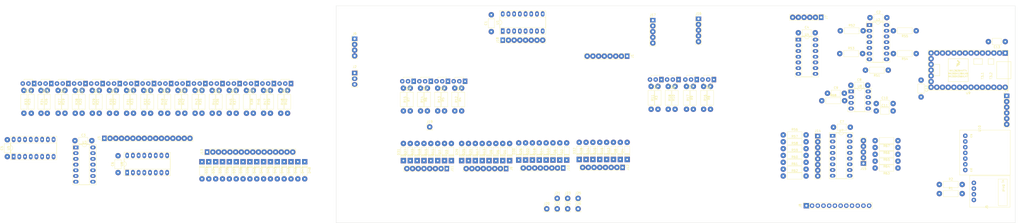
<source format=kicad_pcb>
(kicad_pcb (version 20171130) (host pcbnew "(5.1.4)-1")
  (layers (0 F.Cu signal) (31 B.Cu signal) (34 B.Paste user) (35 F.Paste user) (36 B.SilkS user) (37 F.SilkS user) (38 B.Mask user) (39 F.Mask user) (44 Edge.Cuts user))
  (net 0 "")
  (net 1 GND)
  (net 2 +5V)
  (net 3 hold_pot)
  (net 4 "Net-(C11-Pad1)")
  (net 5 "Net-(C12-Pad1)")
  (net 6 teensy_audio_out)
  (net 7 1_1)
  (net 8 "Net-(D1-Pad1)")
  (net 9 1_2)
  (net 10 "Net-(D2-Pad1)")
  (net 11 1_3)
  (net 12 "Net-(D3-Pad1)")
  (net 13 1_4)
  (net 14 "Net-(D4-Pad1)")
  (net 15 1_5)
  (net 16 "Net-(D5-Pad1)")
  (net 17 1_6)
  (net 18 "Net-(D6-Pad1)")
  (net 19 1_7)
  (net 20 "Net-(D7-Pad1)")
  (net 21 1_8)
  (net 22 "Net-(D8-Pad1)")
  (net 23 "Net-(D9-Pad1)")
  (net 24 "Net-(D10-Pad1)")
  (net 25 "Net-(D11-Pad1)")
  (net 26 "Net-(D12-Pad1)")
  (net 27 "Net-(D13-Pad1)")
  (net 28 "Net-(D14-Pad1)")
  (net 29 "Net-(D15-Pad1)")
  (net 30 "Net-(D16-Pad1)")
  (net 31 "Net-(D17-Pad1)")
  (net 32 "Net-(D18-Pad1)")
  (net 33 "Net-(D19-Pad1)")
  (net 34 "Net-(D20-Pad1)")
  (net 35 "Net-(D21-Pad1)")
  (net 36 "Net-(D22-Pad1)")
  (net 37 "Net-(D23-Pad1)")
  (net 38 "Net-(D24-Pad1)")
  (net 39 "Net-(D25-Pad1)")
  (net 40 "Net-(D26-Pad1)")
  (net 41 "Net-(D27-Pad1)")
  (net 42 "Net-(D28-Pad1)")
  (net 43 "Net-(D29-Pad1)")
  (net 44 "Net-(D30-Pad1)")
  (net 45 "Net-(D31-Pad1)")
  (net 46 "Net-(D32-Pad1)")
  (net 47 2_1)
  (net 48 "Net-(D33-Pad1)")
  (net 49 2_2)
  (net 50 "Net-(D34-Pad1)")
  (net 51 2_3)
  (net 52 "Net-(D35-Pad1)")
  (net 53 2_4)
  (net 54 "Net-(D36-Pad1)")
  (net 55 2_5)
  (net 56 "Net-(D37-Pad1)")
  (net 57 2_6)
  (net 58 "Net-(D38-Pad1)")
  (net 59 2_7)
  (net 60 "Net-(D39-Pad1)")
  (net 61 2_8)
  (net 62 "Net-(D40-Pad1)")
  (net 63 2_9)
  (net 64 "Net-(D41-Pad1)")
  (net 65 2_10)
  (net 66 "Net-(D42-Pad1)")
  (net 67 2_11)
  (net 68 "Net-(D43-Pad1)")
  (net 69 2_12)
  (net 70 "Net-(D44-Pad1)")
  (net 71 2_13)
  (net 72 "Net-(D45-Pad1)")
  (net 73 2_14)
  (net 74 "Net-(D46-Pad1)")
  (net 75 2_15)
  (net 76 "Net-(D47-Pad1)")
  (net 77 2_16)
  (net 78 "Net-(D48-Pad1)")
  (net 79 clock)
  (net 80 volca_audio)
  (net 81 +3V3)
  (net 82 volca_gate_control)
  (net 83 TT_Trig_long)
  (net 84 HH_Trig_long)
  (net 85 SD_trig_long)
  (net 86 BD_Trig_long)
  (net 87 synth_vol)
  (net 88 drum_vol)
  (net 89 LED1_8)
  (net 90 LED1_7)
  (net 91 LED1_6)
  (net 92 LED1_5)
  (net 93 LED1_4)
  (net 94 LED1_3)
  (net 95 LED1_2)
  (net 96 LED1_1)
  (net 97 LED2_16)
  (net 98 LED2_15)
  (net 99 LED2_14)
  (net 100 LED2_13)
  (net 101 LED2_12)
  (net 102 LED2_11)
  (net 103 LED2_10)
  (net 104 LED2_9)
  (net 105 LED2_8)
  (net 106 LED2_7)
  (net 107 LED2_6)
  (net 108 LED2_5)
  (net 109 LED2_4)
  (net 110 LED2_3)
  (net 111 LED2_2)
  (net 112 LED2_1)
  (net 113 LED_BIN_12)
  (net 114 LED_BIN_11)
  (net 115 LED_BIN_10)
  (net 116 LED_BIN_9)
  (net 117 LED_BIN_8)
  (net 118 LED_BIN_7)
  (net 119 LED_BIN_6)
  (net 120 LED_BIN_5)
  (net 121 LED_BIN_4)
  (net 122 LED_BIN_3)
  (net 123 LED_BIN_2)
  (net 124 LED_BIN_1)
  (net 125 selected_trig)
  (net 126 "Net-(J14-Pad7)")
  (net 127 "Net-(J14-Pad6)")
  (net 128 "Net-(J14-Pad5)")
  (net 129 "Net-(J14-Pad4)")
  (net 130 "Net-(J14-Pad3)")
  (net 131 "Net-(J14-Pad2)")
  (net 132 "Net-(J14-Pad1)")
  (net 133 "Net-(Q1-Pad3)")
  (net 134 "Net-(Q2-Pad3)")
  (net 135 "Net-(Q3-Pad3)")
  (net 136 "Net-(Q4-Pad3)")
  (net 137 "Net-(Q5-Pad3)")
  (net 138 "Net-(Q6-Pad3)")
  (net 139 "Net-(Q7-Pad3)")
  (net 140 "Net-(Q8-Pad3)")
  (net 141 "Net-(Q9-Pad3)")
  (net 142 "Net-(Q10-Pad3)")
  (net 143 "Net-(Q11-Pad3)")
  (net 144 "Net-(Q12-Pad3)")
  (net 145 "Net-(Q13-Pad3)")
  (net 146 "Net-(Q14-Pad3)")
  (net 147 "Net-(Q15-Pad3)")
  (net 148 "Net-(Q16-Pad3)")
  (net 149 "Net-(Q17-Pad3)")
  (net 150 "Net-(Q18-Pad3)")
  (net 151 "Net-(Q19-Pad3)")
  (net 152 "Net-(Q20-Pad3)")
  (net 153 "Net-(Q21-Pad3)")
  (net 154 "Net-(Q22-Pad3)")
  (net 155 "Net-(Q23-Pad3)")
  (net 156 "Net-(Q24-Pad3)")
  (net 157 volca_audio_gated)
  (net 158 "Net-(U1-Pad15)")
  (net 159 "Net-(U1-Pad12)")
  (net 160 "Net-(U1-Pad11)")
  (net 161 TT_Trig_short)
  (net 162 SD_trig_short)
  (net 163 HH_Trig_short)
  (net 164 BD_Trig_short)
  (net 165 "Net-(U3-Pad2)")
  (net 166 "Net-(U3-Pad1)")
  (net 167 "Net-(U5-Pad15)")
  (net 168 "Net-(U5-Pad12)")
  (net 169 "Net-(U5-Pad11)")
  (net 170 "Net-(U6-Pad12)")
  (net 171 "Net-(U7-Pad11)")
  (net 172 ambient_trigger_to_teensy)
  (net 173 CS)
  (net 174 DOUT)
  (net 175 DIN)
  (net 176 "Net-(C9-Pad2)")
  (net 177 "Net-(J5-PadR1)")
  (net 178 "Net-(J5-PadT)")
  (net 179 "Net-(Q1-Pad2)")
  (net 180 "Net-(Q2-Pad2)")
  (net 181 "Net-(Q3-Pad2)")
  (net 182 "Net-(Q4-Pad2)")
  (net 183 "Net-(Q5-Pad2)")
  (net 184 "Net-(Q6-Pad2)")
  (net 185 "Net-(Q7-Pad2)")
  (net 186 "Net-(Q8-Pad2)")
  (net 187 "Net-(Q9-Pad2)")
  (net 188 "Net-(Q10-Pad2)")
  (net 189 "Net-(Q11-Pad2)")
  (net 190 "Net-(Q12-Pad2)")
  (net 191 "Net-(Q13-Pad2)")
  (net 192 "Net-(Q14-Pad2)")
  (net 193 "Net-(Q15-Pad2)")
  (net 194 "Net-(Q16-Pad2)")
  (net 195 "Net-(Q17-Pad2)")
  (net 196 "Net-(Q18-Pad2)")
  (net 197 "Net-(Q19-Pad2)")
  (net 198 "Net-(Q20-Pad2)")
  (net 199 "Net-(Q21-Pad2)")
  (net 200 "Net-(Q22-Pad2)")
  (net 201 "Net-(Q23-Pad2)")
  (net 202 "Net-(Q24-Pad2)")
  (net 203 "Net-(R51-Pad1)")
  (net 204 "Net-(U9-Pad7)")
  (net 205 "Net-(U9-Pad8)")
  (net 206 "Net-(U9-Pad9)")
  (net 207 "Net-(U9-Pad11)")
  (net 208 "Net-(U9-Pad12)")
  (net 209 "Net-(U9-Pad32)")
  (net 210 "Net-(U9-Pad30)")
  (net 211 "Net-(U9-Pad29)")
  (net 212 "Net-(U9-Pad28)")
  (net 213 "Net-(U9-Pad27)")
  (net 214 "Net-(U9-Pad26)")
  (net 215 "Net-(U9-Pad25)")
  (net 216 "Net-(U9-Pad22)")
  (net 217 "Net-(U9-Pad21)")
  (net 218 "Net-(U9-Pad15)")
  (net 219 "Net-(U9-Pad16)")
  (net 220 "Net-(U10-Pad4)")
  (net 221 "Net-(U9-Pad18)")
  (net 222 "Net-(U9-Pad17)")
  (net 223 "Net-(U10-Pad1)")
  (net 224 sel_trig_inv)
  (net 225 "Net-(J15-Pad5)")
  (net 226 "Net-(J15-Pad4)")
  (net 227 "Net-(J15-Pad3)")
  (net 228 "Net-(J15-Pad2)")
  (net 229 "Net-(J15-Pad1)")
  (net 230 "Net-(J18-Pad8)")
  (net 231 "Net-(J18-Pad7)")
  (net 232 "Net-(J18-Pad6)")
  (net 233 "Net-(J18-Pad5)")
  (net 234 "Net-(J18-Pad4)")
  (net 235 "Net-(J18-Pad3)")
  (net 236 "Net-(J18-Pad2)")
  (net 237 "Net-(J18-Pad1)")
  (module william_custom:PinHeader_1x01_P2.54mm_Vertical_BIG (layer F.Cu) (at 183.923001 136.015001)
    (fp_text reference J26 (at 0 -2.33) (layer F.SilkS))
    (fp_text value Conn_01x01_Female)
    (pad 1 thru_hole circle (at 0 0) (size 2.4 2.4) (drill 1) (layers *.Cu *.Mask) (net 21 1_8))
  )
  (module william_custom:PinHeader_1x01_P2.54mm_Vertical_BIG (layer F.Cu) (at 183.923001 131.365001)
    (fp_text reference J25 (at 0 -2.33) (layer F.SilkS))
    (fp_text value Conn_01x01_Female)
    (pad 1 thru_hole circle (at 0 0) (size 2.4 2.4) (drill 1) (layers *.Cu *.Mask) (net 19 1_7))
  )
  (module william_custom:PinHeader_1x01_P2.54mm_Vertical_BIG (layer F.Cu) (at 179.273001 136.015001)
    (fp_text reference J24 (at 0 -2.33) (layer F.SilkS))
    (fp_text value Conn_01x01_Female)
    (pad 1 thru_hole circle (at 0 0) (size 2.4 2.4) (drill 1) (layers *.Cu *.Mask) (net 17 1_6))
  )
  (module william_custom:PinHeader_1x01_P2.54mm_Vertical_BIG (layer F.Cu) (at 179.273001 131.365001)
    (fp_text reference J23 (at 0 -2.33) (layer F.SilkS))
    (fp_text value Conn_01x01_Female)
    (pad 1 thru_hole circle (at 0 0) (size 2.4 2.4) (drill 1) (layers *.Cu *.Mask) (net 15 1_5))
  )
  (module william_custom:PinHeader_1x01_P2.54mm_Vertical_BIG (layer F.Cu) (at 174.623001 136.015001)
    (fp_text reference J22 (at 0 -2.33) (layer F.SilkS))
    (fp_text value Conn_01x01_Female)
    (pad 1 thru_hole circle (at 0 0) (size 2.4 2.4) (drill 1) (layers *.Cu *.Mask) (net 13 1_4))
  )
  (module william_custom:PinHeader_1x01_P2.54mm_Vertical_BIG (layer F.Cu) (at 174.623001 131.365001)
    (fp_text reference J21 (at 0 -2.33) (layer F.SilkS))
    (fp_text value Conn_01x01_Female)
    (pad 1 thru_hole circle (at 0 0) (size 2.4 2.4) (drill 1) (layers *.Cu *.Mask) (net 11 1_3))
  )
  (module william_custom:PinHeader_1x01_P2.54mm_Vertical_BIG (layer F.Cu) (at 169.973001 136.015001)
    (fp_text reference J20 (at 0 -2.33) (layer F.SilkS))
    (fp_text value Conn_01x01_Female)
    (pad 1 thru_hole circle (at 0 0) (size 2.4 2.4) (drill 1) (layers *.Cu *.Mask) (net 9 1_2))
  )
  (module william_custom:PinHeader_1x01_P2.54mm_Vertical_BIG (layer F.Cu) (at 117.856 99.568)
    (fp_text reference J19 (at 0 -2.33) (layer F.SilkS))
    (fp_text value Conn_01x01_Female)
    (pad 1 thru_hole circle (at 0 0) (size 2.4 2.4) (drill 1) (layers *.Cu *.Mask) (net 7 1_1))
  )
  (module william_custom:PinHeader_1x08_P2.54mm_Vertical_BIG (layer F.Cu) (at 150.368 60.96 90)
    (fp_text reference J18 (at 0 -2.33 90) (layer F.SilkS))
    (fp_text value 4017_8_out)
    (pad 8 thru_hole circle (at 0 17.78 90) (size 2.4 2.4) (drill 1) (layers *.Cu *.Mask) (net 230 "Net-(J18-Pad8)"))
    (pad 7 thru_hole circle (at 0 15.24 90) (size 2.4 2.4) (drill 1) (layers *.Cu *.Mask) (net 231 "Net-(J18-Pad7)"))
    (pad 6 thru_hole circle (at 0 12.7 90) (size 2.4 2.4) (drill 1) (layers *.Cu *.Mask) (net 232 "Net-(J18-Pad6)"))
    (pad 5 thru_hole circle (at 0 10.16 90) (size 2.4 2.4) (drill 1) (layers *.Cu *.Mask) (net 233 "Net-(J18-Pad5)"))
    (pad 4 thru_hole circle (at 0 7.62 90) (size 2.4 2.4) (drill 1) (layers *.Cu *.Mask) (net 234 "Net-(J18-Pad4)"))
    (pad 3 thru_hole circle (at 0 5.08 90) (size 2.4 2.4) (drill 1) (layers *.Cu *.Mask) (net 235 "Net-(J18-Pad3)"))
    (pad 2 thru_hole circle (at 0 2.54 90) (size 2.4 2.4) (drill 1) (layers *.Cu *.Mask) (net 236 "Net-(J18-Pad2)"))
    (pad 1 thru_hole rect (at 0 0 90) (size 2.4 2) (drill 1) (layers *.Cu *.Mask) (net 237 "Net-(J18-Pad1)"))
  )
  (module william_custom:PinHeader_1x05_P2.54mm_Vertical_BIG (layer F.Cu) (at 310.896 115.824 180)
    (fp_text reference J15 (at 0 -2.33) (layer F.SilkS))
    (fp_text value Conn_01x05_Female)
    (pad 5 thru_hole circle (at 0 10.16 180) (size 2.4 2.4) (drill 1) (layers *.Cu *.Mask) (net 225 "Net-(J15-Pad5)"))
    (pad 4 thru_hole circle (at 0 7.62 180) (size 2.4 2.4) (drill 1) (layers *.Cu *.Mask) (net 226 "Net-(J15-Pad4)"))
    (pad 3 thru_hole circle (at 0 5.08 180) (size 2.4 2.4) (drill 1) (layers *.Cu *.Mask) (net 227 "Net-(J15-Pad3)"))
    (pad 2 thru_hole circle (at 0 2.54 180) (size 2.4 2.4) (drill 1) (layers *.Cu *.Mask) (net 228 "Net-(J15-Pad2)"))
    (pad 1 thru_hole rect (at 0 0 180) (size 2.4 2) (drill 1) (layers *.Cu *.Mask) (net 229 "Net-(J15-Pad1)"))
  )
  (module william_custom:PinHeader_1x08_P2.54mm_Vertical_BIG (layer F.Cu) (at 290.576 103.632)
    (fp_text reference J14 (at 0 -2.33) (layer F.SilkS))
    (fp_text value Conn_01x08_Female)
    (pad 8 thru_hole circle (at 0 17.78) (size 2.4 2.4) (drill 1) (layers *.Cu *.Mask) (net 125 selected_trig))
    (pad 7 thru_hole circle (at 0 15.24) (size 2.4 2.4) (drill 1) (layers *.Cu *.Mask) (net 126 "Net-(J14-Pad7)"))
    (pad 6 thru_hole circle (at 0 12.7) (size 2.4 2.4) (drill 1) (layers *.Cu *.Mask) (net 127 "Net-(J14-Pad6)"))
    (pad 5 thru_hole circle (at 0 10.16) (size 2.4 2.4) (drill 1) (layers *.Cu *.Mask) (net 128 "Net-(J14-Pad5)"))
    (pad 4 thru_hole circle (at 0 7.62) (size 2.4 2.4) (drill 1) (layers *.Cu *.Mask) (net 129 "Net-(J14-Pad4)"))
    (pad 3 thru_hole circle (at 0 5.08) (size 2.4 2.4) (drill 1) (layers *.Cu *.Mask) (net 130 "Net-(J14-Pad3)"))
    (pad 2 thru_hole circle (at 0 2.54) (size 2.4 2.4) (drill 1) (layers *.Cu *.Mask) (net 131 "Net-(J14-Pad2)"))
    (pad 1 thru_hole rect (at 0 0) (size 2.4 2) (drill 1) (layers *.Cu *.Mask) (net 132 "Net-(J14-Pad1)"))
  )
  (module william_custom:TO-92_Inline_Wide_BIG (layer F.Cu) (at -12.446 80.264 180)
    (fp_text reference Q13 (at 2.54 -3.56) (layer F.SilkS))
    (fp_text value 2N3904)
    (pad 2 thru_hole circle (at 2.54 0 270) (size 2 2) (drill 0.8) (layers *.Cu *.Mask) (net 191 "Net-(Q13-Pad2)"))
    (pad 3 thru_hole circle (at 5.08 0 270) (size 2 2) (drill 0.8) (layers *.Cu *.Mask) (net 145 "Net-(Q13-Pad3)"))
    (pad 1 thru_hole rect (at 0 0 270) (size 2.4 2) (drill 0.8) (layers *.Cu *.Mask) (net 1 GND))
  )
  (module william_custom:TO-92_Inline_Wide_BIG (layer F.Cu) (at 118.364 79.248 180)
    (fp_text reference Q4 (at 2.54 -3.56) (layer F.SilkS))
    (fp_text value 2N3904)
    (pad 2 thru_hole circle (at 2.54 0 270) (size 2 2) (drill 0.8) (layers *.Cu *.Mask) (net 182 "Net-(Q4-Pad2)"))
    (pad 3 thru_hole circle (at 5.08 0 270) (size 2 2) (drill 0.8) (layers *.Cu *.Mask) (net 136 "Net-(Q4-Pad3)"))
    (pad 1 thru_hole rect (at 0 0 270) (size 2.4 2) (drill 0.8) (layers *.Cu *.Mask) (net 1 GND))
  )
  (module william_custom:TO-92_Inline_Wide_BIG (layer F.Cu) (at -35.306 80.264 180)
    (fp_text reference Q10 (at 2.54 -3.56) (layer F.SilkS))
    (fp_text value 2N3904)
    (pad 2 thru_hole circle (at 2.54 0 270) (size 2 2) (drill 0.8) (layers *.Cu *.Mask) (net 188 "Net-(Q10-Pad2)"))
    (pad 3 thru_hole circle (at 5.08 0 270) (size 2 2) (drill 0.8) (layers *.Cu *.Mask) (net 142 "Net-(Q10-Pad3)"))
    (pad 1 thru_hole rect (at 0 0 270) (size 2.4 2) (drill 0.8) (layers *.Cu *.Mask) (net 1 GND))
  )
  (module william_custom:TO-92_Inline_Wide_BIG (layer F.Cu) (at 125.984 79.248 180)
    (fp_text reference Q3 (at 2.54 -3.56) (layer F.SilkS))
    (fp_text value 2N3904)
    (pad 2 thru_hole circle (at 2.54 0 270) (size 2 2) (drill 0.8) (layers *.Cu *.Mask) (net 181 "Net-(Q3-Pad2)"))
    (pad 3 thru_hole circle (at 5.08 0 270) (size 2 2) (drill 0.8) (layers *.Cu *.Mask) (net 135 "Net-(Q3-Pad3)"))
    (pad 1 thru_hole rect (at 0 0 270) (size 2.4 2) (drill 0.8) (layers *.Cu *.Mask) (net 1 GND))
  )
  (module william_custom:TO-92_Inline_Wide_BIG (layer F.Cu) (at -20.066 80.264 180)
    (fp_text reference Q12 (at 2.54 -3.56) (layer F.SilkS))
    (fp_text value 2N3904)
    (pad 2 thru_hole circle (at 2.54 0 270) (size 2 2) (drill 0.8) (layers *.Cu *.Mask) (net 190 "Net-(Q12-Pad2)"))
    (pad 3 thru_hole circle (at 5.08 0 270) (size 2 2) (drill 0.8) (layers *.Cu *.Mask) (net 144 "Net-(Q12-Pad3)"))
    (pad 1 thru_hole rect (at 0 0 270) (size 2.4 2) (drill 0.8) (layers *.Cu *.Mask) (net 1 GND))
  )
  (module william_custom:TO-92_Inline_Wide_BIG (layer F.Cu) (at 40.894 80.264 180)
    (fp_text reference Q20 (at 2.54 -3.56) (layer F.SilkS))
    (fp_text value 2N3904)
    (pad 2 thru_hole circle (at 2.54 0 270) (size 2 2) (drill 0.8) (layers *.Cu *.Mask) (net 198 "Net-(Q20-Pad2)"))
    (pad 3 thru_hole circle (at 5.08 0 270) (size 2 2) (drill 0.8) (layers *.Cu *.Mask) (net 152 "Net-(Q20-Pad3)"))
    (pad 1 thru_hole rect (at 0 0 270) (size 2.4 2) (drill 0.8) (layers *.Cu *.Mask) (net 1 GND))
  )
  (module william_custom:TO-92_Inline_Wide_BIG (layer F.Cu) (at 133.604 79.248 180)
    (fp_text reference Q2 (at 2.54 -3.56) (layer F.SilkS))
    (fp_text value 2N3904)
    (pad 2 thru_hole circle (at 2.54 0 270) (size 2 2) (drill 0.8) (layers *.Cu *.Mask) (net 180 "Net-(Q2-Pad2)"))
    (pad 3 thru_hole circle (at 5.08 0 270) (size 2 2) (drill 0.8) (layers *.Cu *.Mask) (net 134 "Net-(Q2-Pad3)"))
    (pad 1 thru_hole rect (at 0 0 270) (size 2.4 2) (drill 0.8) (layers *.Cu *.Mask) (net 1 GND))
  )
  (module william_custom:TO-92_Inline_Wide_BIG (layer F.Cu) (at 48.514 80.264 180)
    (fp_text reference Q21 (at 2.54 -3.56) (layer F.SilkS))
    (fp_text value 2N3904)
    (pad 2 thru_hole circle (at 2.54 0 270) (size 2 2) (drill 0.8) (layers *.Cu *.Mask) (net 199 "Net-(Q21-Pad2)"))
    (pad 3 thru_hole circle (at 5.08 0 270) (size 2 2) (drill 0.8) (layers *.Cu *.Mask) (net 153 "Net-(Q21-Pad3)"))
    (pad 1 thru_hole rect (at 0 0 270) (size 2.4 2) (drill 0.8) (layers *.Cu *.Mask) (net 1 GND))
  )
  (module william_custom:TO-92_Inline_Wide_BIG (layer F.Cu) (at -27.686 80.264 180)
    (fp_text reference Q11 (at 2.54 -3.56) (layer F.SilkS))
    (fp_text value 2N3904)
    (pad 2 thru_hole circle (at 2.54 0 270) (size 2 2) (drill 0.8) (layers *.Cu *.Mask) (net 189 "Net-(Q11-Pad2)"))
    (pad 3 thru_hole circle (at 5.08 0 270) (size 2 2) (drill 0.8) (layers *.Cu *.Mask) (net 143 "Net-(Q11-Pad3)"))
    (pad 1 thru_hole rect (at 0 0 270) (size 2.4 2) (drill 0.8) (layers *.Cu *.Mask) (net 1 GND))
  )
  (module william_custom:TO-92_Inline_Wide_BIG (layer F.Cu) (at 33.274 80.264 180)
    (fp_text reference Q19 (at 2.54 -3.56) (layer F.SilkS))
    (fp_text value 2N3904)
    (pad 2 thru_hole circle (at 2.54 0 270) (size 2 2) (drill 0.8) (layers *.Cu *.Mask) (net 197 "Net-(Q19-Pad2)"))
    (pad 3 thru_hole circle (at 5.08 0 270) (size 2 2) (drill 0.8) (layers *.Cu *.Mask) (net 151 "Net-(Q19-Pad3)"))
    (pad 1 thru_hole rect (at 0 0 270) (size 2.4 2) (drill 0.8) (layers *.Cu *.Mask) (net 1 GND))
  )
  (module william_custom:TO-92_Inline_Wide_BIG (layer F.Cu) (at 220.98 78.486 180)
    (fp_text reference Q1 (at 2.54 -3.56) (layer F.SilkS))
    (fp_text value 2N3904)
    (pad 2 thru_hole circle (at 2.54 0 270) (size 2 2) (drill 0.8) (layers *.Cu *.Mask) (net 179 "Net-(Q1-Pad2)"))
    (pad 3 thru_hole circle (at 5.08 0 270) (size 2 2) (drill 0.8) (layers *.Cu *.Mask) (net 133 "Net-(Q1-Pad3)"))
    (pad 1 thru_hole rect (at 0 0 270) (size 2.4 2) (drill 0.8) (layers *.Cu *.Mask) (net 1 GND))
  )
  (module william_custom:R_Axial_DIN0207_L6.3mm_D2.5mm_P10.16mm_Horizontal_BIG (layer F.Cu) (at 46.99 93.472 90)
    (fp_text reference R47 (at 5.08 -2.37 90) (layer F.SilkS))
    (fp_text value 100k)
    (pad 1 thru_hole circle (at 0 0 90) (size 2.4 2.4) (drill 0.8) (layers *.Cu *.Mask) (net 75 2_15))
    (pad 2 thru_hole circle (at 10.16 0 90) (size 2.4 2.4) (drill 0.8) (layers *.Cu *.Mask) (net 199 "Net-(Q21-Pad2)"))
  )
  (module william_custom:R_Axial_DIN0207_L6.3mm_D2.5mm_P10.16mm_Horizontal_BIG (layer F.Cu) (at 31.75 93.472 90)
    (fp_text reference R45 (at 5.08 -2.37 90) (layer F.SilkS))
    (fp_text value 100k)
    (pad 1 thru_hole circle (at 0 0 90) (size 2.4 2.4) (drill 0.8) (layers *.Cu *.Mask) (net 71 2_13))
    (pad 2 thru_hole circle (at 10.16 0 90) (size 2.4 2.4) (drill 0.8) (layers *.Cu *.Mask) (net 197 "Net-(Q19-Pad2)"))
  )
  (module william_custom:R_Axial_DIN0207_L6.3mm_D2.5mm_P10.16mm_Horizontal_BIG (layer F.Cu) (at 24.13 93.472 90)
    (fp_text reference R44 (at 5.08 -2.37 90) (layer F.SilkS))
    (fp_text value 100k)
    (pad 1 thru_hole circle (at 0 0 90) (size 2.4 2.4) (drill 0.8) (layers *.Cu *.Mask) (net 69 2_12))
    (pad 2 thru_hole circle (at 10.16 0 90) (size 2.4 2.4) (drill 0.8) (layers *.Cu *.Mask) (net 196 "Net-(Q18-Pad2)"))
  )
  (module william_custom:R_Axial_DIN0207_L6.3mm_D2.5mm_P10.16mm_Horizontal_BIG (layer F.Cu) (at 16.51 93.472 90)
    (fp_text reference R43 (at 5.08 -2.37 90) (layer F.SilkS))
    (fp_text value 100k)
    (pad 1 thru_hole circle (at 0 0 90) (size 2.4 2.4) (drill 0.8) (layers *.Cu *.Mask) (net 67 2_11))
    (pad 2 thru_hole circle (at 10.16 0 90) (size 2.4 2.4) (drill 0.8) (layers *.Cu *.Mask) (net 195 "Net-(Q17-Pad2)"))
  )
  (module william_custom:R_Axial_DIN0207_L6.3mm_D2.5mm_P10.16mm_Horizontal_BIG (layer F.Cu) (at -52.324 93.472 90)
    (fp_text reference R34 (at 5.08 -2.37 90) (layer F.SilkS))
    (fp_text value 100k)
    (pad 1 thru_hole circle (at 0 0 90) (size 2.4 2.4) (drill 0.8) (layers *.Cu *.Mask) (net 49 2_2))
    (pad 2 thru_hole circle (at 10.16 0 90) (size 2.4 2.4) (drill 0.8) (layers *.Cu *.Mask) (net 194 "Net-(Q16-Pad2)"))
  )
  (module william_custom:R_Axial_DIN0207_L6.3mm_D2.5mm_P10.16mm_Horizontal_BIG (layer F.Cu) (at -6.35 93.472 90)
    (fp_text reference R32 (at 5.08 -2.37 90) (layer F.SilkS))
    (fp_text value 100k)
    (pad 1 thru_hole circle (at 0 0 90) (size 2.4 2.4) (drill 0.8) (layers *.Cu *.Mask) (net 61 2_8))
    (pad 2 thru_hole circle (at 10.16 0 90) (size 2.4 2.4) (drill 0.8) (layers *.Cu *.Mask) (net 192 "Net-(Q14-Pad2)"))
  )
  (module william_custom:R_Axial_DIN0207_L6.3mm_D2.5mm_P10.16mm_Horizontal_BIG (layer F.Cu) (at 1.27 93.472 90)
    (fp_text reference R49 (at 5.08 -2.37 90) (layer F.SilkS))
    (fp_text value 100k)
    (pad 1 thru_hole circle (at 0 0 90) (size 2.4 2.4) (drill 0.8) (layers *.Cu *.Mask) (net 63 2_9))
    (pad 2 thru_hole circle (at 10.16 0 90) (size 2.4 2.4) (drill 0.8) (layers *.Cu *.Mask) (net 201 "Net-(Q23-Pad2)"))
  )
  (module william_custom:R_Axial_DIN0207_L6.3mm_D2.5mm_P10.16mm_Horizontal_BIG (layer F.Cu) (at 54.61 93.472 90)
    (fp_text reference R48 (at 5.08 -2.37 90) (layer F.SilkS))
    (fp_text value 100k)
    (pad 1 thru_hole circle (at 0 0 90) (size 2.4 2.4) (drill 0.8) (layers *.Cu *.Mask) (net 77 2_16))
    (pad 2 thru_hole circle (at 10.16 0 90) (size 2.4 2.4) (drill 0.8) (layers *.Cu *.Mask) (net 200 "Net-(Q22-Pad2)"))
  )
  (module william_custom:R_Axial_DIN0207_L6.3mm_D2.5mm_P10.16mm_Horizontal_BIG (layer F.Cu) (at -13.97 93.472 90)
    (fp_text reference R31 (at 5.08 -2.37 90) (layer F.SilkS))
    (fp_text value 100k)
    (pad 1 thru_hole circle (at 0 0 90) (size 2.4 2.4) (drill 0.8) (layers *.Cu *.Mask) (net 59 2_7))
    (pad 2 thru_hole circle (at 10.16 0 90) (size 2.4 2.4) (drill 0.8) (layers *.Cu *.Mask) (net 191 "Net-(Q13-Pad2)"))
  )
  (module william_custom:R_Axial_DIN0207_L6.3mm_D2.5mm_P10.16mm_Horizontal_BIG (layer F.Cu) (at 39.37 83.312 270)
    (fp_text reference R46 (at 5.08 -2.37 90) (layer F.SilkS))
    (fp_text value 100k)
    (pad 1 thru_hole circle (at 0 0 270) (size 2.4 2.4) (drill 0.8) (layers *.Cu *.Mask) (net 73 2_14))
    (pad 2 thru_hole circle (at 10.16 0 270) (size 2.4 2.4) (drill 0.8) (layers *.Cu *.Mask) (net 198 "Net-(Q20-Pad2)"))
  )
  (module william_custom:R_Axial_DIN0207_L6.3mm_D2.5mm_P10.16mm_Horizontal_BIG (layer F.Cu) (at -59.436 93.472 90)
    (fp_text reference R33 (at 5.08 -2.37 90) (layer F.SilkS))
    (fp_text value 100k)
    (pad 1 thru_hole circle (at 0 0 90) (size 2.4 2.4) (drill 0.8) (layers *.Cu *.Mask) (net 47 2_1))
    (pad 2 thru_hole circle (at 10.16 0 90) (size 2.4 2.4) (drill 0.8) (layers *.Cu *.Mask) (net 193 "Net-(Q15-Pad2)"))
  )
  (module william_custom:R_Axial_DIN0207_L6.3mm_D2.5mm_P10.16mm_Horizontal_BIG (layer F.Cu) (at 8.89 93.472 90)
    (fp_text reference R50 (at 5.08 -2.37 90) (layer F.SilkS))
    (fp_text value 100k)
    (pad 1 thru_hole circle (at 0 0 90) (size 2.4 2.4) (drill 0.8) (layers *.Cu *.Mask) (net 65 2_10))
    (pad 2 thru_hole circle (at 10.16 0 90) (size 2.4 2.4) (drill 0.8) (layers *.Cu *.Mask) (net 202 "Net-(Q24-Pad2)"))
  )
  (module william_custom:TO-92_Inline_Wide_BIG (layer F.Cu) (at 2.794 80.264 180)
    (fp_text reference Q23 (at 2.54 -3.56) (layer F.SilkS))
    (fp_text value 2N3904)
    (pad 2 thru_hole circle (at 2.54 0 270) (size 2 2) (drill 0.8) (layers *.Cu *.Mask) (net 201 "Net-(Q23-Pad2)"))
    (pad 3 thru_hole circle (at 5.08 0 270) (size 2 2) (drill 0.8) (layers *.Cu *.Mask) (net 155 "Net-(Q23-Pad3)"))
    (pad 1 thru_hole rect (at 0 0 270) (size 2.4 2) (drill 0.8) (layers *.Cu *.Mask) (net 1 GND))
  )
  (module william_custom:PinHeader_1x08_P2.54mm_Vertical_BIG (layer F.Cu) (at 177.292 117.856 270)
    (fp_text reference J10 (at 0 -2.33 90) (layer F.SilkS))
    (fp_text value Conn_01x08_Female)
    (pad 8 thru_hole circle (at 0 17.78 270) (size 2.4 2.4) (drill 1) (layers *.Cu *.Mask) (net 44 "Net-(D30-Pad1)"))
    (pad 7 thru_hole circle (at 0 15.24 270) (size 2.4 2.4) (drill 1) (layers *.Cu *.Mask) (net 40 "Net-(D26-Pad1)"))
    (pad 6 thru_hole circle (at 0 12.7 270) (size 2.4 2.4) (drill 1) (layers *.Cu *.Mask) (net 36 "Net-(D22-Pad1)"))
    (pad 5 thru_hole circle (at 0 10.16 270) (size 2.4 2.4) (drill 1) (layers *.Cu *.Mask) (net 32 "Net-(D18-Pad1)"))
    (pad 4 thru_hole circle (at 0 7.62 270) (size 2.4 2.4) (drill 1) (layers *.Cu *.Mask) (net 28 "Net-(D14-Pad1)"))
    (pad 3 thru_hole circle (at 0 5.08 270) (size 2.4 2.4) (drill 1) (layers *.Cu *.Mask) (net 24 "Net-(D10-Pad1)"))
    (pad 2 thru_hole circle (at 0 2.54 270) (size 2.4 2.4) (drill 1) (layers *.Cu *.Mask) (net 18 "Net-(D6-Pad1)"))
    (pad 1 thru_hole rect (at 0 0 270) (size 2.4 2) (drill 1) (layers *.Cu *.Mask) (net 10 "Net-(D2-Pad1)"))
  )
  (module william_custom:PinHeader_1x16_P2.54mm_Vertical_BIG (layer F.Cu) (at -26.924 104.648 90)
    (fp_text reference J3 (at 0 -2.33 90) (layer F.SilkS))
    (fp_text value Conn_01x16_Female)
    (pad 16 thru_hole circle (at 0 38.1 90) (size 2.4 2.4) (drill 1) (layers *.Cu *.Mask) (net 97 LED2_16))
    (pad 15 thru_hole circle (at 0 35.56 90) (size 2.4 2.4) (drill 1) (layers *.Cu *.Mask) (net 98 LED2_15))
    (pad 14 thru_hole circle (at 0 33.02 90) (size 2.4 2.4) (drill 1) (layers *.Cu *.Mask) (net 99 LED2_14))
    (pad 13 thru_hole circle (at 0 30.48 90) (size 2.4 2.4) (drill 1) (layers *.Cu *.Mask) (net 100 LED2_13))
    (pad 12 thru_hole circle (at 0 27.94 90) (size 2.4 2.4) (drill 1) (layers *.Cu *.Mask) (net 101 LED2_12))
    (pad 11 thru_hole circle (at 0 25.4 90) (size 2.4 2.4) (drill 1) (layers *.Cu *.Mask) (net 102 LED2_11))
    (pad 10 thru_hole circle (at 0 22.86 90) (size 2.4 2.4) (drill 1) (layers *.Cu *.Mask) (net 103 LED2_10))
    (pad 9 thru_hole circle (at 0 20.32 90) (size 2.4 2.4) (drill 1) (layers *.Cu *.Mask) (net 104 LED2_9))
    (pad 8 thru_hole circle (at 0 17.78 90) (size 2.4 2.4) (drill 1) (layers *.Cu *.Mask) (net 105 LED2_8))
    (pad 7 thru_hole circle (at 0 15.24 90) (size 2.4 2.4) (drill 1) (layers *.Cu *.Mask) (net 106 LED2_7))
    (pad 6 thru_hole circle (at 0 12.7 90) (size 2.4 2.4) (drill 1) (layers *.Cu *.Mask) (net 107 LED2_6))
    (pad 5 thru_hole circle (at 0 10.16 90) (size 2.4 2.4) (drill 1) (layers *.Cu *.Mask) (net 108 LED2_5))
    (pad 4 thru_hole circle (at 0 7.62 90) (size 2.4 2.4) (drill 1) (layers *.Cu *.Mask) (net 109 LED2_4))
    (pad 3 thru_hole circle (at 0 5.08 90) (size 2.4 2.4) (drill 1) (layers *.Cu *.Mask) (net 110 LED2_3))
    (pad 2 thru_hole circle (at 0 2.54 90) (size 2.4 2.4) (drill 1) (layers *.Cu *.Mask) (net 111 LED2_2))
    (pad 1 thru_hole rect (at 0 0 90) (size 2.4 2) (drill 1) (layers *.Cu *.Mask) (net 112 LED2_1))
  )
  (module william_custom:D_DO-35_SOD27_P7.62mm_Horizontal_BIG (layer F.Cu) (at 46.99 115.062 270)
    (fp_text reference D43 (at 3.81 -2.12 90) (layer F.SilkS))
    (fp_text value 1N4148)
    (pad 2 thru_hole circle (at 7.62 0 270) (size 2.4 2.4) (drill 0.8) (layers *.Cu *.Mask) (net 67 2_11))
    (pad 1 thru_hole rect (at 0 0 270) (size 2.4 2.4) (drill 0.8) (layers *.Cu *.Mask) (net 68 "Net-(D43-Pad1)"))
  )
  (module william_custom:D_DO-35_SOD27_P7.62mm_Horizontal_BIG (layer F.Cu) (at 37.846 115.062 270)
    (fp_text reference D40 (at 3.81 -2.12 90) (layer F.SilkS))
    (fp_text value 1N4148)
    (pad 2 thru_hole circle (at 7.62 0 270) (size 2.4 2.4) (drill 0.8) (layers *.Cu *.Mask) (net 61 2_8))
    (pad 1 thru_hole rect (at 0 0 270) (size 2.4 2.4) (drill 0.8) (layers *.Cu *.Mask) (net 62 "Net-(D40-Pad1)"))
  )
  (module william_custom:D_DO-35_SOD27_P7.62mm_Horizontal_BIG (layer F.Cu) (at 25.654 115.062 270)
    (fp_text reference D36 (at 3.81 -2.12 90) (layer F.SilkS))
    (fp_text value 1N4148)
    (pad 2 thru_hole circle (at 7.62 0 270) (size 2.4 2.4) (drill 0.8) (layers *.Cu *.Mask) (net 53 2_4))
    (pad 1 thru_hole rect (at 0 0 270) (size 2.4 2.4) (drill 0.8) (layers *.Cu *.Mask) (net 54 "Net-(D36-Pad1)"))
  )
  (module william_custom:D_DO-35_SOD27_P7.62mm_Horizontal_BIG (layer F.Cu) (at 184.404 114.046 90)
    (fp_text reference D32 (at 3.81 -2.12 90) (layer F.SilkS))
    (fp_text value 1N4148)
    (pad 2 thru_hole circle (at 7.62 0 90) (size 2.4 2.4) (drill 0.8) (layers *.Cu *.Mask) (net 21 1_8))
    (pad 1 thru_hole rect (at 0 0 90) (size 2.4 2.4) (drill 0.8) (layers *.Cu *.Mask) (net 46 "Net-(D32-Pad1)"))
  )
  (module william_custom:D_DO-35_SOD27_P7.62mm_Horizontal_BIG (layer F.Cu) (at 53.086 115.062 270)
    (fp_text reference D45 (at 3.81 -2.12 90) (layer F.SilkS))
    (fp_text value 1N4148)
    (pad 2 thru_hole circle (at 7.62 0 270) (size 2.4 2.4) (drill 0.8) (layers *.Cu *.Mask) (net 71 2_13))
    (pad 1 thru_hole rect (at 0 0 270) (size 2.4 2.4) (drill 0.8) (layers *.Cu *.Mask) (net 72 "Net-(D45-Pad1)"))
  )
  (module william_custom:D_DO-35_SOD27_P7.62mm_Horizontal_BIG (layer F.Cu) (at 40.894 115.062 270)
    (fp_text reference D41 (at 3.81 -2.12 90) (layer F.SilkS))
    (fp_text value 1N4148)
    (pad 2 thru_hole circle (at 7.62 0 270) (size 2.4 2.4) (drill 0.8) (layers *.Cu *.Mask) (net 63 2_9))
    (pad 1 thru_hole rect (at 0 0 270) (size 2.4 2.4) (drill 0.8) (layers *.Cu *.Mask) (net 64 "Net-(D41-Pad1)"))
  )
  (module william_custom:D_DO-35_SOD27_P7.62mm_Horizontal_BIG (layer F.Cu) (at 28.702 115.062 270)
    (fp_text reference D37 (at 3.81 -2.12 90) (layer F.SilkS))
    (fp_text value 1N4148)
    (pad 2 thru_hole circle (at 7.62 0 270) (size 2.4 2.4) (drill 0.8) (layers *.Cu *.Mask) (net 55 2_5))
    (pad 1 thru_hole rect (at 0 0 270) (size 2.4 2.4) (drill 0.8) (layers *.Cu *.Mask) (net 56 "Net-(D37-Pad1)"))
  )
  (module william_custom:D_DO-35_SOD27_P7.62mm_Horizontal_BIG (layer F.Cu) (at 34.798 115.062 270)
    (fp_text reference D39 (at 3.81 -2.12 90) (layer F.SilkS))
    (fp_text value 1N4148)
    (pad 2 thru_hole circle (at 7.62 0 270) (size 2.4 2.4) (drill 0.8) (layers *.Cu *.Mask) (net 59 2_7))
    (pad 1 thru_hole rect (at 0 0 270) (size 2.4 2.4) (drill 0.8) (layers *.Cu *.Mask) (net 60 "Net-(D39-Pad1)"))
  )
  (module william_custom:D_DO-35_SOD27_P7.62mm_Horizontal_BIG (layer F.Cu) (at 22.606 115.062 270)
    (fp_text reference D35 (at 3.81 -2.12 90) (layer F.SilkS))
    (fp_text value 1N4148)
    (pad 2 thru_hole circle (at 7.62 0 270) (size 2.4 2.4) (drill 0.8) (layers *.Cu *.Mask) (net 51 2_3))
    (pad 1 thru_hole rect (at 0 0 270) (size 2.4 2.4) (drill 0.8) (layers *.Cu *.Mask) (net 52 "Net-(D35-Pad1)"))
  )
  (module william_custom:D_DO-35_SOD27_P7.62mm_Horizontal_BIG (layer F.Cu) (at 19.558 115.062 270)
    (fp_text reference D34 (at 3.81 -2.12 90) (layer F.SilkS))
    (fp_text value 1N4148)
    (pad 2 thru_hole circle (at 7.62 0 270) (size 2.4 2.4) (drill 0.8) (layers *.Cu *.Mask) (net 49 2_2))
    (pad 1 thru_hole rect (at 0 0 270) (size 2.4 2.4) (drill 0.8) (layers *.Cu *.Mask) (net 50 "Net-(D34-Pad1)"))
  )
  (module william_custom:D_DO-35_SOD27_P7.62mm_Horizontal_BIG (layer F.Cu) (at 187.452 114.046 90)
    (fp_text reference D28 (at 3.81 -2.12 90) (layer F.SilkS))
    (fp_text value 1N4148)
    (pad 2 thru_hole circle (at 7.62 0 90) (size 2.4 2.4) (drill 0.8) (layers *.Cu *.Mask) (net 19 1_7))
    (pad 1 thru_hole rect (at 0 0 90) (size 2.4 2.4) (drill 0.8) (layers *.Cu *.Mask) (net 42 "Net-(D28-Pad1)"))
  )
  (module william_custom:D_DO-35_SOD27_P7.62mm_Horizontal_BIG (layer F.Cu) (at 31.75 115.062 270)
    (fp_text reference D38 (at 3.81 -2.12 90) (layer F.SilkS))
    (fp_text value 1N4148)
    (pad 2 thru_hole circle (at 7.62 0 270) (size 2.4 2.4) (drill 0.8) (layers *.Cu *.Mask) (net 57 2_6))
    (pad 1 thru_hole rect (at 0 0 270) (size 2.4 2.4) (drill 0.8) (layers *.Cu *.Mask) (net 58 "Net-(D38-Pad1)"))
  )
  (module william_custom:D_DO-35_SOD27_P7.62mm_Horizontal_BIG (layer F.Cu) (at 190.5 114.046 90)
    (fp_text reference D24 (at 3.81 -2.12 90) (layer F.SilkS))
    (fp_text value 1N4148)
    (pad 2 thru_hole circle (at 7.62 0 90) (size 2.4 2.4) (drill 0.8) (layers *.Cu *.Mask) (net 17 1_6))
    (pad 1 thru_hole rect (at 0 0 90) (size 2.4 2.4) (drill 0.8) (layers *.Cu *.Mask) (net 38 "Net-(D24-Pad1)"))
  )
  (module william_custom:PinSocket_1x03_P2.54mm_Vertical_BIG (layer F.Cu) (at 84.455 75.565)
    (fp_text reference J2 (at 0 -2.77) (layer F.SilkS))
    (fp_text value Conn_01x03_Female)
    (pad 3 thru_hole oval (at 0 5.08) (size 2.4 2) (drill 1) (layers *.Cu *.Mask) (net 79 clock))
    (pad 2 thru_hole oval (at 0 2.54) (size 2.4 2) (drill 1) (layers *.Cu *.Mask) (net 79 clock))
    (pad 1 thru_hole rect (at 0 0) (size 2.4 2) (drill 1) (layers *.Cu *.Mask) (net 79 clock))
  )
  (module william_custom:D_DO-35_SOD27_P7.62mm_Horizontal_BIG (layer F.Cu) (at 193.548 114.046 90)
    (fp_text reference D20 (at 3.81 -2.12 90) (layer F.SilkS))
    (fp_text value 1N4148)
    (pad 2 thru_hole circle (at 7.62 0 90) (size 2.4 2.4) (drill 0.8) (layers *.Cu *.Mask) (net 15 1_5))
    (pad 1 thru_hole rect (at 0 0 90) (size 2.4 2.4) (drill 0.8) (layers *.Cu *.Mask) (net 34 "Net-(D20-Pad1)"))
  )
  (module william_custom:D_DO-35_SOD27_P7.62mm_Horizontal_BIG (layer F.Cu) (at 196.596 114.046 90)
    (fp_text reference D16 (at 3.81 -2.12 90) (layer F.SilkS))
    (fp_text value 1N4148)
    (pad 2 thru_hole circle (at 7.62 0 90) (size 2.4 2.4) (drill 0.8) (layers *.Cu *.Mask) (net 13 1_4))
    (pad 1 thru_hole rect (at 0 0 90) (size 2.4 2.4) (drill 0.8) (layers *.Cu *.Mask) (net 30 "Net-(D16-Pad1)"))
  )
  (module william_custom:D_DO-35_SOD27_P7.62mm_Horizontal_BIG (layer F.Cu) (at 62.23 115.062 270)
    (fp_text reference D48 (at 3.81 -2.12 90) (layer F.SilkS))
    (fp_text value 1N4148)
    (pad 2 thru_hole circle (at 7.62 0 270) (size 2.4 2.4) (drill 0.8) (layers *.Cu *.Mask) (net 77 2_16))
    (pad 1 thru_hole rect (at 0 0 270) (size 2.4 2.4) (drill 0.8) (layers *.Cu *.Mask) (net 78 "Net-(D48-Pad1)"))
  )
  (module william_custom:PinHeader_1x08_P2.54mm_Vertical_BIG (layer F.Cu) (at 205.74 68.072 270)
    (fp_text reference J1 (at 0 -2.33 90) (layer F.SilkS))
    (fp_text value Conn_01x08_Female)
    (pad 8 thru_hole circle (at 0 17.78 270) (size 2.4 2.4) (drill 1) (layers *.Cu *.Mask) (net 89 LED1_8))
    (pad 7 thru_hole circle (at 0 15.24 270) (size 2.4 2.4) (drill 1) (layers *.Cu *.Mask) (net 90 LED1_7))
    (pad 6 thru_hole circle (at 0 12.7 270) (size 2.4 2.4) (drill 1) (layers *.Cu *.Mask) (net 91 LED1_6))
    (pad 5 thru_hole circle (at 0 10.16 270) (size 2.4 2.4) (drill 1) (layers *.Cu *.Mask) (net 92 LED1_5))
    (pad 4 thru_hole circle (at 0 7.62 270) (size 2.4 2.4) (drill 1) (layers *.Cu *.Mask) (net 93 LED1_4))
    (pad 3 thru_hole circle (at 0 5.08 270) (size 2.4 2.4) (drill 1) (layers *.Cu *.Mask) (net 94 LED1_3))
    (pad 2 thru_hole circle (at 0 2.54 270) (size 2.4 2.4) (drill 1) (layers *.Cu *.Mask) (net 95 LED1_2))
    (pad 1 thru_hole rect (at 0 0 270) (size 2.4 2) (drill 1) (layers *.Cu *.Mask) (net 96 LED1_1))
  )
  (module william_custom:PinHeader_1x08_P2.54mm_Vertical_BIG (layer F.Cu) (at 125.476 118.11 270)
    (fp_text reference J11 (at 0 -2.33 90) (layer F.SilkS))
    (fp_text value Conn_01x08_Female)
    (pad 8 thru_hole circle (at 0 17.78 270) (size 2.4 2.4) (drill 1) (layers *.Cu *.Mask) (net 45 "Net-(D31-Pad1)"))
    (pad 7 thru_hole circle (at 0 15.24 270) (size 2.4 2.4) (drill 1) (layers *.Cu *.Mask) (net 41 "Net-(D27-Pad1)"))
    (pad 6 thru_hole circle (at 0 12.7 270) (size 2.4 2.4) (drill 1) (layers *.Cu *.Mask) (net 37 "Net-(D23-Pad1)"))
    (pad 5 thru_hole circle (at 0 10.16 270) (size 2.4 2.4) (drill 1) (layers *.Cu *.Mask) (net 33 "Net-(D19-Pad1)"))
    (pad 4 thru_hole circle (at 0 7.62 270) (size 2.4 2.4) (drill 1) (layers *.Cu *.Mask) (net 29 "Net-(D15-Pad1)"))
    (pad 3 thru_hole circle (at 0 5.08 270) (size 2.4 2.4) (drill 1) (layers *.Cu *.Mask) (net 25 "Net-(D11-Pad1)"))
    (pad 2 thru_hole circle (at 0 2.54 270) (size 2.4 2.4) (drill 1) (layers *.Cu *.Mask) (net 20 "Net-(D7-Pad1)"))
    (pad 1 thru_hole rect (at 0 0 270) (size 2.4 2) (drill 1) (layers *.Cu *.Mask) (net 12 "Net-(D3-Pad1)"))
  )
  (module william_custom:PinHeader_1x08_P2.54mm_Vertical_BIG (layer F.Cu) (at 151.892 118.11 270)
    (fp_text reference J9 (at 0 -2.33 90) (layer F.SilkS))
    (fp_text value Conn_01x08_Female)
    (pad 8 thru_hole circle (at 0 17.78 270) (size 2.4 2.4) (drill 1) (layers *.Cu *.Mask) (net 43 "Net-(D29-Pad1)"))
    (pad 7 thru_hole circle (at 0 15.24 270) (size 2.4 2.4) (drill 1) (layers *.Cu *.Mask) (net 39 "Net-(D25-Pad1)"))
    (pad 6 thru_hole circle (at 0 12.7 270) (size 2.4 2.4) (drill 1) (layers *.Cu *.Mask) (net 35 "Net-(D21-Pad1)"))
    (pad 5 thru_hole circle (at 0 10.16 270) (size 2.4 2.4) (drill 1) (layers *.Cu *.Mask) (net 31 "Net-(D17-Pad1)"))
    (pad 4 thru_hole circle (at 0 7.62 270) (size 2.4 2.4) (drill 1) (layers *.Cu *.Mask) (net 27 "Net-(D13-Pad1)"))
    (pad 3 thru_hole circle (at 0 5.08 270) (size 2.4 2.4) (drill 1) (layers *.Cu *.Mask) (net 23 "Net-(D9-Pad1)"))
    (pad 2 thru_hole circle (at 0 2.54 270) (size 2.4 2.4) (drill 1) (layers *.Cu *.Mask) (net 16 "Net-(D5-Pad1)"))
    (pad 1 thru_hole rect (at 0 0 270) (size 2.4 2) (drill 1) (layers *.Cu *.Mask) (net 8 "Net-(D1-Pad1)"))
  )
  (module william_custom:PinHeader_1x16_P2.54mm_Vertical_BIG (layer F.Cu) (at 18.796 110.744 90)
    (fp_text reference J13 (at 0 -2.33 90) (layer F.SilkS))
    (fp_text value Conn_01x16_Female)
    (pad 16 thru_hole circle (at 0 38.1 90) (size 2.4 2.4) (drill 1) (layers *.Cu *.Mask) (net 78 "Net-(D48-Pad1)"))
    (pad 15 thru_hole circle (at 0 35.56 90) (size 2.4 2.4) (drill 1) (layers *.Cu *.Mask) (net 76 "Net-(D47-Pad1)"))
    (pad 14 thru_hole circle (at 0 33.02 90) (size 2.4 2.4) (drill 1) (layers *.Cu *.Mask) (net 74 "Net-(D46-Pad1)"))
    (pad 13 thru_hole circle (at 0 30.48 90) (size 2.4 2.4) (drill 1) (layers *.Cu *.Mask) (net 72 "Net-(D45-Pad1)"))
    (pad 12 thru_hole circle (at 0 27.94 90) (size 2.4 2.4) (drill 1) (layers *.Cu *.Mask) (net 70 "Net-(D44-Pad1)"))
    (pad 11 thru_hole circle (at 0 25.4 90) (size 2.4 2.4) (drill 1) (layers *.Cu *.Mask) (net 68 "Net-(D43-Pad1)"))
    (pad 10 thru_hole circle (at 0 22.86 90) (size 2.4 2.4) (drill 1) (layers *.Cu *.Mask) (net 66 "Net-(D42-Pad1)"))
    (pad 9 thru_hole circle (at 0 20.32 90) (size 2.4 2.4) (drill 1) (layers *.Cu *.Mask) (net 64 "Net-(D41-Pad1)"))
    (pad 8 thru_hole circle (at 0 17.78 90) (size 2.4 2.4) (drill 1) (layers *.Cu *.Mask) (net 62 "Net-(D40-Pad1)"))
    (pad 7 thru_hole circle (at 0 15.24 90) (size 2.4 2.4) (drill 1) (layers *.Cu *.Mask) (net 60 "Net-(D39-Pad1)"))
    (pad 6 thru_hole circle (at 0 12.7 90) (size 2.4 2.4) (drill 1) (layers *.Cu *.Mask) (net 58 "Net-(D38-Pad1)"))
    (pad 5 thru_hole circle (at 0 10.16 90) (size 2.4 2.4) (drill 1) (layers *.Cu *.Mask) (net 56 "Net-(D37-Pad1)"))
    (pad 4 thru_hole circle (at 0 7.62 90) (size 2.4 2.4) (drill 1) (layers *.Cu *.Mask) (net 54 "Net-(D36-Pad1)"))
    (pad 3 thru_hole circle (at 0 5.08 90) (size 2.4 2.4) (drill 1) (layers *.Cu *.Mask) (net 52 "Net-(D35-Pad1)"))
    (pad 2 thru_hole circle (at 0 2.54 90) (size 2.4 2.4) (drill 1) (layers *.Cu *.Mask) (net 50 "Net-(D34-Pad1)"))
    (pad 1 thru_hole rect (at 0 0 90) (size 2.4 2) (drill 1) (layers *.Cu *.Mask) (net 48 "Net-(D33-Pad1)"))
  )
  (module william_custom:D_DO-35_SOD27_P7.62mm_Horizontal_BIG (layer F.Cu) (at 59.182 115.062 270)
    (fp_text reference D47 (at 3.81 -2.12 90) (layer F.SilkS))
    (fp_text value 1N4148)
    (pad 2 thru_hole circle (at 7.62 0 270) (size 2.4 2.4) (drill 0.8) (layers *.Cu *.Mask) (net 75 2_15))
    (pad 1 thru_hole rect (at 0 0 270) (size 2.4 2.4) (drill 0.8) (layers *.Cu *.Mask) (net 76 "Net-(D47-Pad1)"))
  )
  (module william_custom:D_DO-35_SOD27_P7.62mm_Horizontal_BIG (layer F.Cu) (at 56.134 115.062 270)
    (fp_text reference D46 (at 3.81 -2.12 90) (layer F.SilkS))
    (fp_text value 1N4148)
    (pad 2 thru_hole circle (at 7.62 0 270) (size 2.4 2.4) (drill 0.8) (layers *.Cu *.Mask) (net 73 2_14))
    (pad 1 thru_hole rect (at 0 0 270) (size 2.4 2.4) (drill 0.8) (layers *.Cu *.Mask) (net 74 "Net-(D46-Pad1)"))
  )
  (module william_custom:D_DO-35_SOD27_P7.62mm_Horizontal_BIG (layer F.Cu) (at 50.038 115.062 270)
    (fp_text reference D44 (at 3.81 -2.12 90) (layer F.SilkS))
    (fp_text value 1N4148)
    (pad 2 thru_hole circle (at 7.62 0 270) (size 2.4 2.4) (drill 0.8) (layers *.Cu *.Mask) (net 69 2_12))
    (pad 1 thru_hole rect (at 0 0 270) (size 2.4 2.4) (drill 0.8) (layers *.Cu *.Mask) (net 70 "Net-(D44-Pad1)"))
  )
  (module william_custom:D_DO-35_SOD27_P7.62mm_Horizontal_BIG (layer F.Cu) (at 43.942 115.062 270)
    (fp_text reference D42 (at 3.81 -2.12 90) (layer F.SilkS))
    (fp_text value 1N4148)
    (pad 2 thru_hole circle (at 7.62 0 270) (size 2.4 2.4) (drill 0.8) (layers *.Cu *.Mask) (net 65 2_10))
    (pad 1 thru_hole rect (at 0 0 270) (size 2.4 2.4) (drill 0.8) (layers *.Cu *.Mask) (net 66 "Net-(D42-Pad1)"))
  )
  (module william_custom:D_DO-35_SOD27_P7.62mm_Horizontal_BIG (layer F.Cu) (at 16.51 115.062 270)
    (fp_text reference D33 (at 3.81 -2.12 90) (layer F.SilkS))
    (fp_text value 1N4148)
    (pad 2 thru_hole circle (at 7.62 0 270) (size 2.4 2.4) (drill 0.8) (layers *.Cu *.Mask) (net 47 2_1))
    (pad 1 thru_hole rect (at 0 0 270) (size 2.4 2.4) (drill 0.8) (layers *.Cu *.Mask) (net 48 "Net-(D33-Pad1)"))
  )
  (module william_custom:PinHeader_1x08_P2.54mm_Vertical_BIG (layer F.Cu) (at 203.708 117.602 270)
    (fp_text reference J12 (at 0 -2.33 90) (layer F.SilkS))
    (fp_text value Conn_01x08_Female)
    (pad 8 thru_hole circle (at 0 17.78 270) (size 2.4 2.4) (drill 1) (layers *.Cu *.Mask) (net 46 "Net-(D32-Pad1)"))
    (pad 7 thru_hole circle (at 0 15.24 270) (size 2.4 2.4) (drill 1) (layers *.Cu *.Mask) (net 42 "Net-(D28-Pad1)"))
    (pad 6 thru_hole circle (at 0 12.7 270) (size 2.4 2.4) (drill 1) (layers *.Cu *.Mask) (net 38 "Net-(D24-Pad1)"))
    (pad 5 thru_hole circle (at 0 10.16 270) (size 2.4 2.4) (drill 1) (layers *.Cu *.Mask) (net 34 "Net-(D20-Pad1)"))
    (pad 4 thru_hole circle (at 0 7.62 270) (size 2.4 2.4) (drill 1) (layers *.Cu *.Mask) (net 30 "Net-(D16-Pad1)"))
    (pad 3 thru_hole circle (at 0 5.08 270) (size 2.4 2.4) (drill 1) (layers *.Cu *.Mask) (net 26 "Net-(D12-Pad1)"))
    (pad 2 thru_hole circle (at 0 2.54 270) (size 2.4 2.4) (drill 1) (layers *.Cu *.Mask) (net 22 "Net-(D8-Pad1)"))
    (pad 1 thru_hole rect (at 0 0 270) (size 2.4 2) (drill 1) (layers *.Cu *.Mask) (net 14 "Net-(D4-Pad1)"))
  )
  (module william_custom:R_Axial_DIN0207_L6.3mm_D2.5mm_P10.16mm_Horizontal_BIG (layer F.Cu) (at 13.462 83.312 270)
    (fp_text reference R35 (at 5.08 -2.37 90) (layer F.SilkS))
    (fp_text value 1k)
    (pad 1 thru_hole circle (at 0 0 270) (size 2.4 2.4) (drill 0.8) (layers *.Cu *.Mask) (net 149 "Net-(Q17-Pad3)"))
    (pad 2 thru_hole circle (at 10.16 0 270) (size 2.4 2.4) (drill 0.8) (layers *.Cu *.Mask) (net 102 LED2_11))
  )
  (module william_custom:R_Axial_DIN0207_L6.3mm_D2.5mm_P10.16mm_Horizontal_BIG (layer F.Cu) (at 5.842 83.312 270)
    (fp_text reference R42 (at 5.08 -2.37 90) (layer F.SilkS))
    (fp_text value 1k)
    (pad 1 thru_hole circle (at 0 0 270) (size 2.4 2.4) (drill 0.8) (layers *.Cu *.Mask) (net 156 "Net-(Q24-Pad3)"))
    (pad 2 thru_hole circle (at 10.16 0 270) (size 2.4 2.4) (drill 0.8) (layers *.Cu *.Mask) (net 103 LED2_10))
  )
  (module william_custom:R_Axial_DIN0207_L6.3mm_D2.5mm_P10.16mm_Horizontal_BIG (layer F.Cu) (at -1.778 83.312 270)
    (fp_text reference R41 (at 5.08 -2.37 90) (layer F.SilkS))
    (fp_text value 1k)
    (pad 1 thru_hole circle (at 0 0 270) (size 2.4 2.4) (drill 0.8) (layers *.Cu *.Mask) (net 155 "Net-(Q23-Pad3)"))
    (pad 2 thru_hole circle (at 10.16 0 270) (size 2.4 2.4) (drill 0.8) (layers *.Cu *.Mask) (net 104 LED2_9))
  )
  (module william_custom:R_Axial_DIN0207_L6.3mm_D2.5mm_P10.16mm_Horizontal_BIG (layer F.Cu) (at 239.776 81.534 270)
    (fp_text reference R8 (at 5.08 -2.37 90) (layer F.SilkS))
    (fp_text value 1k)
    (pad 1 thru_hole circle (at 0 0 270) (size 2.4 2.4) (drill 0.8) (layers *.Cu *.Mask) (net 138 "Net-(Q6-Pad3)"))
    (pad 2 thru_hole circle (at 10.16 0 270) (size 2.4 2.4) (drill 0.8) (layers *.Cu *.Mask) (net 96 LED1_1))
  )
  (module william_custom:R_Axial_DIN0207_L6.3mm_D2.5mm_P10.16mm_Horizontal_BIG (layer F.Cu) (at -62.738 83.312 270)
    (fp_text reference R25 (at 5.08 -2.37 90) (layer F.SilkS))
    (fp_text value 1k)
    (pad 1 thru_hole circle (at 0 0 270) (size 2.4 2.4) (drill 0.8) (layers *.Cu *.Mask) (net 147 "Net-(Q15-Pad3)"))
    (pad 2 thru_hole circle (at 10.16 0 270) (size 2.4 2.4) (drill 0.8) (layers *.Cu *.Mask) (net 112 LED2_1))
  )
  (module william_custom:TO-92_Inline_Wide_BIG (layer F.Cu) (at 110.744 79.248 180)
    (fp_text reference Q5 (at 2.54 -3.56) (layer F.SilkS))
    (fp_text value 2N3904)
    (pad 2 thru_hole circle (at 2.54 0 270) (size 2 2) (drill 0.8) (layers *.Cu *.Mask) (net 183 "Net-(Q5-Pad2)"))
    (pad 3 thru_hole circle (at 5.08 0 270) (size 2 2) (drill 0.8) (layers *.Cu *.Mask) (net 137 "Net-(Q5-Pad3)"))
    (pad 1 thru_hole rect (at 0 0 270) (size 2.4 2) (drill 0.8) (layers *.Cu *.Mask) (net 1 GND))
  )
  (module william_custom:TO-92_Inline_Wide_BIG (layer F.Cu) (at -4.826 80.264 180)
    (fp_text reference Q14 (at 2.54 -3.56) (layer F.SilkS))
    (fp_text value 2N3904)
    (pad 2 thru_hole circle (at 2.54 0 270) (size 2 2) (drill 0.8) (layers *.Cu *.Mask) (net 192 "Net-(Q14-Pad2)"))
    (pad 3 thru_hole circle (at 5.08 0 270) (size 2 2) (drill 0.8) (layers *.Cu *.Mask) (net 146 "Net-(Q14-Pad3)"))
    (pad 1 thru_hole rect (at 0 0 270) (size 2.4 2) (drill 0.8) (layers *.Cu *.Mask) (net 1 GND))
  )
  (module william_custom:R_Axial_DIN0207_L6.3mm_D2.5mm_P10.16mm_Horizontal_BIG (layer F.Cu) (at 224.028 81.534 270)
    (fp_text reference R10 (at 5.08 -2.37 90) (layer F.SilkS))
    (fp_text value 1k)
    (pad 1 thru_hole circle (at 0 0 270) (size 2.4 2.4) (drill 0.8) (layers *.Cu *.Mask) (net 140 "Net-(Q8-Pad3)"))
    (pad 2 thru_hole circle (at 10.16 0 270) (size 2.4 2.4) (drill 0.8) (layers *.Cu *.Mask) (net 94 LED1_3))
  )
  (module william_custom:R_Axial_DIN0207_L6.3mm_D2.5mm_P10.16mm_Horizontal_BIG (layer F.Cu) (at 232.156 81.534 270)
    (fp_text reference R9 (at 5.08 -2.37 90) (layer F.SilkS))
    (fp_text value 1k)
    (pad 1 thru_hole circle (at 0 0 270) (size 2.4 2.4) (drill 0.8) (layers *.Cu *.Mask) (net 139 "Net-(Q7-Pad3)"))
    (pad 2 thru_hole circle (at 10.16 0 270) (size 2.4 2.4) (drill 0.8) (layers *.Cu *.Mask) (net 95 LED1_2))
  )
  (module william_custom:TO-92_Inline_Wide_BIG (layer F.Cu) (at 56.134 80.264 180)
    (fp_text reference Q22 (at 2.54 -3.56) (layer F.SilkS))
    (fp_text value 2N3904)
    (pad 2 thru_hole circle (at 2.54 0 270) (size 2 2) (drill 0.8) (layers *.Cu *.Mask) (net 200 "Net-(Q22-Pad2)"))
    (pad 3 thru_hole circle (at 5.08 0 270) (size 2 2) (drill 0.8) (layers *.Cu *.Mask) (net 154 "Net-(Q22-Pad3)"))
    (pad 1 thru_hole rect (at 0 0 270) (size 2.4 2) (drill 0.8) (layers *.Cu *.Mask) (net 1 GND))
  )
  (module william_custom:R_Axial_DIN0207_L6.3mm_D2.5mm_P10.16mm_Horizontal_BIG (layer F.Cu) (at -39.878 83.312 270)
    (fp_text reference R20 (at 5.08 -2.37 90) (layer F.SilkS))
    (fp_text value 1k)
    (pad 1 thru_hole circle (at 0 0 270) (size 2.4 2.4) (drill 0.8) (layers *.Cu *.Mask) (net 142 "Net-(Q10-Pad3)"))
    (pad 2 thru_hole circle (at 10.16 0 270) (size 2.4 2.4) (drill 0.8) (layers *.Cu *.Mask) (net 109 LED2_4))
  )
  (module william_custom:R_Axial_DIN0207_L6.3mm_D2.5mm_P10.16mm_Horizontal_BIG (layer F.Cu) (at -55.118 83.312 270)
    (fp_text reference R26 (at 5.08 -2.37 90) (layer F.SilkS))
    (fp_text value 1k)
    (pad 1 thru_hole circle (at 0 0 270) (size 2.4 2.4) (drill 0.8) (layers *.Cu *.Mask) (net 148 "Net-(Q16-Pad3)"))
    (pad 2 thru_hole circle (at 10.16 0 270) (size 2.4 2.4) (drill 0.8) (layers *.Cu *.Mask) (net 111 LED2_2))
  )
  (module william_custom:R_Axial_DIN0207_L6.3mm_D2.5mm_P10.16mm_Horizontal_BIG (layer F.Cu) (at 21.082 83.312 270)
    (fp_text reference R36 (at 5.08 -2.37 90) (layer F.SilkS))
    (fp_text value 1k)
    (pad 1 thru_hole circle (at 0 0 270) (size 2.4 2.4) (drill 0.8) (layers *.Cu *.Mask) (net 150 "Net-(Q18-Pad3)"))
    (pad 2 thru_hole circle (at 10.16 0 270) (size 2.4 2.4) (drill 0.8) (layers *.Cu *.Mask) (net 101 LED2_12))
  )
  (module william_custom:R_Axial_DIN0207_L6.3mm_D2.5mm_P10.16mm_Horizontal_BIG (layer F.Cu) (at -47.498 83.312 270)
    (fp_text reference R19 (at 5.08 -2.37 90) (layer F.SilkS))
    (fp_text value 1k)
    (pad 1 thru_hole circle (at 0 0 270) (size 2.4 2.4) (drill 0.8) (layers *.Cu *.Mask) (net 141 "Net-(Q9-Pad3)"))
    (pad 2 thru_hole circle (at 10.16 0 270) (size 2.4 2.4) (drill 0.8) (layers *.Cu *.Mask) (net 110 LED2_3))
  )
  (module william_custom:C_Axial_L3.8mm_D2.6mm_P7.50mm_Horizontal_BIG (layer F.Cu) (at -40.012 105.664)
    (fp_text reference C3 (at 3.75 -2.42) (layer F.SilkS))
    (fp_text value 100nf)
    (pad 1 thru_hole circle (at 0 0) (size 2.4 2.4) (drill 0.8) (layers *.Cu *.Mask) (net 1 GND))
    (pad 2 thru_hole circle (at 7.5 0) (size 2.4 2.4) (drill 0.8) (layers *.Cu *.Mask) (net 2 +5V))
  )
  (module william_custom:C_Axial_L3.8mm_D2.6mm_P7.50mm_Horizontal_BIG (layer F.Cu) (at 145.288 57.15 90)
    (fp_text reference C1 (at 3.75 -2.42 90) (layer F.SilkS))
    (fp_text value 100nf)
    (pad 1 thru_hole circle (at 0 0 90) (size 2.4 2.4) (drill 0.8) (layers *.Cu *.Mask) (net 1 GND))
    (pad 2 thru_hole circle (at 7.5 0 90) (size 2.4 2.4) (drill 0.8) (layers *.Cu *.Mask) (net 2 +5V))
  )
  (module william_custom:D_DO-35_SOD27_P7.62mm_Horizontal_BIG (layer F.Cu) (at 135.128 114.554 90)
    (fp_text reference D25 (at 3.81 -2.12 90) (layer F.SilkS))
    (fp_text value 1N4148)
    (pad 2 thru_hole circle (at 7.62 0 90) (size 2.4 2.4) (drill 0.8) (layers *.Cu *.Mask) (net 19 1_7))
    (pad 1 thru_hole rect (at 0 0 90) (size 2.4 2.4) (drill 0.8) (layers *.Cu *.Mask) (net 39 "Net-(D25-Pad1)"))
  )
  (module william_custom:D_DO-35_SOD27_P7.62mm_Horizontal_BIG (layer F.Cu) (at 109.22 114.554 90)
    (fp_text reference D27 (at 3.81 -2.12 90) (layer F.SilkS))
    (fp_text value 1N4148)
    (pad 2 thru_hole circle (at 7.62 0 90) (size 2.4 2.4) (drill 0.8) (layers *.Cu *.Mask) (net 19 1_7))
    (pad 1 thru_hole rect (at 0 0 90) (size 2.4 2.4) (drill 0.8) (layers *.Cu *.Mask) (net 41 "Net-(D27-Pad1)"))
  )
  (module william_custom:D_DO-35_SOD27_P7.62mm_Horizontal_BIG (layer F.Cu) (at 202.692 114.046 90)
    (fp_text reference D8 (at 3.81 -2.12 90) (layer F.SilkS))
    (fp_text value 1N4148)
    (pad 2 thru_hole circle (at 7.62 0 90) (size 2.4 2.4) (drill 0.8) (layers *.Cu *.Mask) (net 9 1_2))
    (pad 1 thru_hole rect (at 0 0 90) (size 2.4 2.4) (drill 0.8) (layers *.Cu *.Mask) (net 22 "Net-(D8-Pad1)"))
  )
  (module william_custom:D_DO-35_SOD27_P7.62mm_Horizontal_BIG (layer F.Cu) (at 112.268 114.554 90)
    (fp_text reference D23 (at 3.81 -2.12 90) (layer F.SilkS))
    (fp_text value 1N4148)
    (pad 2 thru_hole circle (at 7.62 0 90) (size 2.4 2.4) (drill 0.8) (layers *.Cu *.Mask) (net 17 1_6))
    (pad 1 thru_hole rect (at 0 0 90) (size 2.4 2.4) (drill 0.8) (layers *.Cu *.Mask) (net 37 "Net-(D23-Pad1)"))
  )
  (module william_custom:D_DO-35_SOD27_P7.62mm_Horizontal_BIG (layer F.Cu) (at 127.508 114.554 90)
    (fp_text reference D3 (at 3.81 -2.12 90) (layer F.SilkS))
    (fp_text value 1N4148)
    (pad 2 thru_hole circle (at 7.62 0 90) (size 2.4 2.4) (drill 0.8) (layers *.Cu *.Mask) (net 7 1_1))
    (pad 1 thru_hole rect (at 0 0 90) (size 2.4 2.4) (drill 0.8) (layers *.Cu *.Mask) (net 12 "Net-(D3-Pad1)"))
  )
  (module william_custom:D_DO-35_SOD27_P7.62mm_Horizontal_BIG (layer F.Cu) (at 124.46 114.554 90)
    (fp_text reference D7 (at 3.81 -2.12 90) (layer F.SilkS))
    (fp_text value 1N4148)
    (pad 2 thru_hole circle (at 7.62 0 90) (size 2.4 2.4) (drill 0.8) (layers *.Cu *.Mask) (net 9 1_2))
    (pad 1 thru_hole rect (at 0 0 90) (size 2.4 2.4) (drill 0.8) (layers *.Cu *.Mask) (net 20 "Net-(D7-Pad1)"))
  )
  (module william_custom:D_DO-35_SOD27_P7.62mm_Horizontal_BIG (layer F.Cu) (at 169.672 114.3 90)
    (fp_text reference D14 (at 3.81 -2.12 90) (layer F.SilkS))
    (fp_text value 1N4148)
    (pad 2 thru_hole circle (at 7.62 0 90) (size 2.4 2.4) (drill 0.8) (layers *.Cu *.Mask) (net 13 1_4))
    (pad 1 thru_hole rect (at 0 0 90) (size 2.4 2.4) (drill 0.8) (layers *.Cu *.Mask) (net 28 "Net-(D14-Pad1)"))
  )
  (module william_custom:D_DO-35_SOD27_P7.62mm_Horizontal_BIG (layer F.Cu) (at 138.176 114.554 90)
    (fp_text reference D21 (at 3.81 -2.12 90) (layer F.SilkS))
    (fp_text value 1N4148)
    (pad 2 thru_hole circle (at 7.62 0 90) (size 2.4 2.4) (drill 0.8) (layers *.Cu *.Mask) (net 17 1_6))
    (pad 1 thru_hole rect (at 0 0 90) (size 2.4 2.4) (drill 0.8) (layers *.Cu *.Mask) (net 35 "Net-(D21-Pad1)"))
  )
  (module william_custom:D_DO-35_SOD27_P7.62mm_Horizontal_BIG (layer F.Cu) (at 141.224 114.554 90)
    (fp_text reference D17 (at 3.81 -2.12 90) (layer F.SilkS))
    (fp_text value 1N4148)
    (pad 2 thru_hole circle (at 7.62 0 90) (size 2.4 2.4) (drill 0.8) (layers *.Cu *.Mask) (net 15 1_5))
    (pad 1 thru_hole rect (at 0 0 90) (size 2.4 2.4) (drill 0.8) (layers *.Cu *.Mask) (net 31 "Net-(D17-Pad1)"))
  )
  (module william_custom:D_DO-35_SOD27_P7.62mm_Horizontal_BIG (layer F.Cu) (at 144.272 114.554 90)
    (fp_text reference D13 (at 3.81 -2.12 90) (layer F.SilkS))
    (fp_text value 1N4148)
    (pad 2 thru_hole circle (at 7.62 0 90) (size 2.4 2.4) (drill 0.8) (layers *.Cu *.Mask) (net 13 1_4))
    (pad 1 thru_hole rect (at 0 0 90) (size 2.4 2.4) (drill 0.8) (layers *.Cu *.Mask) (net 27 "Net-(D13-Pad1)"))
  )
  (module william_custom:D_DO-35_SOD27_P7.62mm_Horizontal_BIG (layer F.Cu) (at 132.08 114.554 90)
    (fp_text reference D29 (at 3.81 -2.12 90) (layer F.SilkS))
    (fp_text value 1N4148)
    (pad 2 thru_hole circle (at 7.62 0 90) (size 2.4 2.4) (drill 0.8) (layers *.Cu *.Mask) (net 21 1_8))
    (pad 1 thru_hole rect (at 0 0 90) (size 2.4 2.4) (drill 0.8) (layers *.Cu *.Mask) (net 43 "Net-(D29-Pad1)"))
  )
  (module william_custom:D_DO-35_SOD27_P7.62mm_Horizontal_BIG (layer F.Cu) (at 106.172 114.554 90)
    (fp_text reference D31 (at 3.81 -2.12 90) (layer F.SilkS))
    (fp_text value 1N4148)
    (pad 2 thru_hole circle (at 7.62 0 90) (size 2.4 2.4) (drill 0.8) (layers *.Cu *.Mask) (net 21 1_8))
    (pad 1 thru_hole rect (at 0 0 90) (size 2.4 2.4) (drill 0.8) (layers *.Cu *.Mask) (net 45 "Net-(D31-Pad1)"))
  )
  (module william_custom:D_DO-35_SOD27_P7.62mm_Horizontal_BIG (layer F.Cu) (at 160.528 114.3 90)
    (fp_text reference D26 (at 3.81 -2.12 90) (layer F.SilkS))
    (fp_text value 1N4148)
    (pad 2 thru_hole circle (at 7.62 0 90) (size 2.4 2.4) (drill 0.8) (layers *.Cu *.Mask) (net 19 1_7))
    (pad 1 thru_hole rect (at 0 0 90) (size 2.4 2.4) (drill 0.8) (layers *.Cu *.Mask) (net 40 "Net-(D26-Pad1)"))
  )
  (module william_custom:D_DO-35_SOD27_P7.62mm_Horizontal_BIG (layer F.Cu) (at 147.32 114.554 90)
    (fp_text reference D9 (at 3.81 -2.12 90) (layer F.SilkS))
    (fp_text value 1N4148)
    (pad 2 thru_hole circle (at 7.62 0 90) (size 2.4 2.4) (drill 0.8) (layers *.Cu *.Mask) (net 11 1_3))
    (pad 1 thru_hole rect (at 0 0 90) (size 2.4 2.4) (drill 0.8) (layers *.Cu *.Mask) (net 23 "Net-(D9-Pad1)"))
  )
  (module william_custom:C_Axial_L3.8mm_D2.6mm_P7.50mm_Horizontal_BIG (layer F.Cu) (at -20.828 119.888 90)
    (fp_text reference C6 (at 3.75 -2.42 90) (layer F.SilkS))
    (fp_text value 100nf)
    (pad 1 thru_hole circle (at 0 0 90) (size 2.4 2.4) (drill 0.8) (layers *.Cu *.Mask) (net 1 GND))
    (pad 2 thru_hole circle (at 7.5 0 90) (size 2.4 2.4) (drill 0.8) (layers *.Cu *.Mask) (net 2 +5V))
  )
  (module william_custom:C_Axial_L3.8mm_D2.6mm_P7.50mm_Horizontal_BIG (layer F.Cu) (at -70.104 112.776 90)
    (fp_text reference C5 (at 3.75 -2.42 90) (layer F.SilkS))
    (fp_text value 100nf)
    (pad 1 thru_hole circle (at 0 0 90) (size 2.4 2.4) (drill 0.8) (layers *.Cu *.Mask) (net 1 GND))
    (pad 2 thru_hole circle (at 7.5 0 90) (size 2.4 2.4) (drill 0.8) (layers *.Cu *.Mask) (net 2 +5V))
  )
  (module william_custom:D_DO-35_SOD27_P7.62mm_Horizontal_BIG (layer F.Cu) (at 175.768 114.3 90)
    (fp_text reference D6 (at 3.81 -2.12 90) (layer F.SilkS))
    (fp_text value 1N4148)
    (pad 2 thru_hole circle (at 7.62 0 90) (size 2.4 2.4) (drill 0.8) (layers *.Cu *.Mask) (net 9 1_2))
    (pad 1 thru_hole rect (at 0 0 90) (size 2.4 2.4) (drill 0.8) (layers *.Cu *.Mask) (net 18 "Net-(D6-Pad1)"))
  )
  (module william_custom:D_DO-35_SOD27_P7.62mm_Horizontal_BIG (layer F.Cu) (at 163.576 114.3 90)
    (fp_text reference D22 (at 3.81 -2.12 90) (layer F.SilkS))
    (fp_text value 1N4148)
    (pad 2 thru_hole circle (at 7.62 0 90) (size 2.4 2.4) (drill 0.8) (layers *.Cu *.Mask) (net 17 1_6))
    (pad 1 thru_hole rect (at 0 0 90) (size 2.4 2.4) (drill 0.8) (layers *.Cu *.Mask) (net 36 "Net-(D22-Pad1)"))
  )
  (module william_custom:D_DO-35_SOD27_P7.62mm_Horizontal_BIG (layer F.Cu) (at 166.624 114.3 90)
    (fp_text reference D18 (at 3.81 -2.12 90) (layer F.SilkS))
    (fp_text value 1N4148)
    (pad 2 thru_hole circle (at 7.62 0 90) (size 2.4 2.4) (drill 0.8) (layers *.Cu *.Mask) (net 15 1_5))
    (pad 1 thru_hole rect (at 0 0 90) (size 2.4 2.4) (drill 0.8) (layers *.Cu *.Mask) (net 32 "Net-(D18-Pad1)"))
  )
  (module william_custom:D_DO-35_SOD27_P7.62mm_Horizontal_BIG (layer F.Cu) (at 172.72 114.3 90)
    (fp_text reference D10 (at 3.81 -2.12 90) (layer F.SilkS))
    (fp_text value 1N4148)
    (pad 2 thru_hole circle (at 7.62 0 90) (size 2.4 2.4) (drill 0.8) (layers *.Cu *.Mask) (net 11 1_3))
    (pad 1 thru_hole rect (at 0 0 90) (size 2.4 2.4) (drill 0.8) (layers *.Cu *.Mask) (net 24 "Net-(D10-Pad1)"))
  )
  (module william_custom:D_DO-35_SOD27_P7.62mm_Horizontal_BIG (layer F.Cu) (at 199.644 114.046 90)
    (fp_text reference D12 (at 3.81 -2.12 90) (layer F.SilkS))
    (fp_text value 1N4148)
    (pad 2 thru_hole circle (at 7.62 0 90) (size 2.4 2.4) (drill 0.8) (layers *.Cu *.Mask) (net 11 1_3))
    (pad 1 thru_hole rect (at 0 0 90) (size 2.4 2.4) (drill 0.8) (layers *.Cu *.Mask) (net 26 "Net-(D12-Pad1)"))
  )
  (module william_custom:D_DO-35_SOD27_P7.62mm_Horizontal_BIG (layer F.Cu) (at 150.368 114.554 90)
    (fp_text reference D5 (at 3.81 -2.12 90) (layer F.SilkS))
    (fp_text value 1N4148)
    (pad 2 thru_hole circle (at 7.62 0 90) (size 2.4 2.4) (drill 0.8) (layers *.Cu *.Mask) (net 9 1_2))
    (pad 1 thru_hole rect (at 0 0 90) (size 2.4 2.4) (drill 0.8) (layers *.Cu *.Mask) (net 16 "Net-(D5-Pad1)"))
  )
  (module william_custom:D_DO-35_SOD27_P7.62mm_Horizontal_BIG (layer F.Cu) (at 115.316 114.554 90)
    (fp_text reference D19 (at 3.81 -2.12 90) (layer F.SilkS))
    (fp_text value 1N4148)
    (pad 2 thru_hole circle (at 7.62 0 90) (size 2.4 2.4) (drill 0.8) (layers *.Cu *.Mask) (net 15 1_5))
    (pad 1 thru_hole rect (at 0 0 90) (size 2.4 2.4) (drill 0.8) (layers *.Cu *.Mask) (net 33 "Net-(D19-Pad1)"))
  )
  (module william_custom:D_DO-35_SOD27_P7.62mm_Horizontal_BIG (layer F.Cu) (at 121.412 114.554 90)
    (fp_text reference D11 (at 3.81 -2.12 90) (layer F.SilkS))
    (fp_text value 1N4148)
    (pad 2 thru_hole circle (at 7.62 0 90) (size 2.4 2.4) (drill 0.8) (layers *.Cu *.Mask) (net 11 1_3))
    (pad 1 thru_hole rect (at 0 0 90) (size 2.4 2.4) (drill 0.8) (layers *.Cu *.Mask) (net 25 "Net-(D11-Pad1)"))
  )
  (module william_custom:D_DO-35_SOD27_P7.62mm_Horizontal_BIG (layer F.Cu) (at 153.416 114.554 90)
    (fp_text reference D1 (at 3.81 -2.12 90) (layer F.SilkS))
    (fp_text value 1N4148)
    (pad 2 thru_hole circle (at 7.62 0 90) (size 2.4 2.4) (drill 0.8) (layers *.Cu *.Mask) (net 7 1_1))
    (pad 1 thru_hole rect (at 0 0 90) (size 2.4 2.4) (drill 0.8) (layers *.Cu *.Mask) (net 8 "Net-(D1-Pad1)"))
  )
  (module william_custom:D_DO-35_SOD27_P7.62mm_Horizontal_BIG (layer F.Cu) (at 178.816 114.3 90)
    (fp_text reference D2 (at 3.81 -2.12 90) (layer F.SilkS))
    (fp_text value 1N4148)
    (pad 2 thru_hole circle (at 7.62 0 90) (size 2.4 2.4) (drill 0.8) (layers *.Cu *.Mask) (net 7 1_1))
    (pad 1 thru_hole rect (at 0 0 90) (size 2.4 2.4) (drill 0.8) (layers *.Cu *.Mask) (net 10 "Net-(D2-Pad1)"))
  )
  (module william_custom:D_DO-35_SOD27_P7.62mm_Horizontal_BIG (layer F.Cu) (at 205.74 114.046 90)
    (fp_text reference D4 (at 3.81 -2.12 90) (layer F.SilkS))
    (fp_text value 1N4148)
    (pad 2 thru_hole circle (at 7.62 0 90) (size 2.4 2.4) (drill 0.8) (layers *.Cu *.Mask) (net 7 1_1))
    (pad 1 thru_hole rect (at 0 0 90) (size 2.4 2.4) (drill 0.8) (layers *.Cu *.Mask) (net 14 "Net-(D4-Pad1)"))
  )
  (module william_custom:D_DO-35_SOD27_P7.62mm_Horizontal_BIG (layer F.Cu) (at 157.48 114.3 90)
    (fp_text reference D30 (at 3.81 -2.12 90) (layer F.SilkS))
    (fp_text value 1N4148)
    (pad 2 thru_hole circle (at 7.62 0 90) (size 2.4 2.4) (drill 0.8) (layers *.Cu *.Mask) (net 21 1_8))
    (pad 1 thru_hole rect (at 0 0 90) (size 2.4 2.4) (drill 0.8) (layers *.Cu *.Mask) (net 44 "Net-(D30-Pad1)"))
  )
  (module william_custom:D_DO-35_SOD27_P7.62mm_Horizontal_BIG (layer F.Cu) (at 118.364 114.554 90)
    (fp_text reference D15 (at 3.81 -2.12 90) (layer F.SilkS))
    (fp_text value 1N4148)
    (pad 2 thru_hole circle (at 7.62 0 90) (size 2.4 2.4) (drill 0.8) (layers *.Cu *.Mask) (net 13 1_4))
    (pad 1 thru_hole rect (at 0 0 90) (size 2.4 2.4) (drill 0.8) (layers *.Cu *.Mask) (net 29 "Net-(D15-Pad1)"))
  )
  (module william_custom:TO-92_Inline_Wide_BIG (layer F.Cu) (at 244.348 78.486 180)
    (fp_text reference Q6 (at 2.54 -3.56) (layer F.SilkS))
    (fp_text value 2N3904)
    (pad 2 thru_hole circle (at 2.54 0 270) (size 2 2) (drill 0.8) (layers *.Cu *.Mask) (net 184 "Net-(Q6-Pad2)"))
    (pad 3 thru_hole circle (at 5.08 0 270) (size 2 2) (drill 0.8) (layers *.Cu *.Mask) (net 138 "Net-(Q6-Pad3)"))
    (pad 1 thru_hole rect (at 0 0 270) (size 2.4 2) (drill 0.8) (layers *.Cu *.Mask) (net 1 GND))
  )
  (module william_custom:TO-92_Inline_Wide_BIG (layer F.Cu) (at 228.6 78.486 180)
    (fp_text reference Q8 (at 2.54 -3.56) (layer F.SilkS))
    (fp_text value 2N3904)
    (pad 2 thru_hole circle (at 2.54 0 270) (size 2 2) (drill 0.8) (layers *.Cu *.Mask) (net 186 "Net-(Q8-Pad2)"))
    (pad 3 thru_hole circle (at 5.08 0 270) (size 2 2) (drill 0.8) (layers *.Cu *.Mask) (net 140 "Net-(Q8-Pad3)"))
    (pad 1 thru_hole rect (at 0 0 270) (size 2.4 2) (drill 0.8) (layers *.Cu *.Mask) (net 1 GND))
  )
  (module william_custom:TO-92_Inline_Wide_BIG (layer F.Cu) (at 10.414 80.264 180)
    (fp_text reference Q24 (at 2.54 -3.56) (layer F.SilkS))
    (fp_text value 2N3904)
    (pad 2 thru_hole circle (at 2.54 0 270) (size 2 2) (drill 0.8) (layers *.Cu *.Mask) (net 202 "Net-(Q24-Pad2)"))
    (pad 3 thru_hole circle (at 5.08 0 270) (size 2 2) (drill 0.8) (layers *.Cu *.Mask) (net 156 "Net-(Q24-Pad3)"))
    (pad 1 thru_hole rect (at 0 0 270) (size 2.4 2) (drill 0.8) (layers *.Cu *.Mask) (net 1 GND))
  )
  (module william_custom:TO-92_Inline_Wide_BIG (layer F.Cu) (at -58.166 80.264 180)
    (fp_text reference Q15 (at 2.54 -3.56) (layer F.SilkS))
    (fp_text value 2N3904)
    (pad 2 thru_hole circle (at 2.54 0 270) (size 2 2) (drill 0.8) (layers *.Cu *.Mask) (net 193 "Net-(Q15-Pad2)"))
    (pad 3 thru_hole circle (at 5.08 0 270) (size 2 2) (drill 0.8) (layers *.Cu *.Mask) (net 147 "Net-(Q15-Pad3)"))
    (pad 1 thru_hole rect (at 0 0 270) (size 2.4 2) (drill 0.8) (layers *.Cu *.Mask) (net 1 GND))
  )
  (module william_custom:TO-92_Inline_Wide_BIG (layer F.Cu) (at 25.654 80.264 180)
    (fp_text reference Q18 (at 2.54 -3.56) (layer F.SilkS))
    (fp_text value 2N3904)
    (pad 2 thru_hole circle (at 2.54 0 270) (size 2 2) (drill 0.8) (layers *.Cu *.Mask) (net 196 "Net-(Q18-Pad2)"))
    (pad 3 thru_hole circle (at 5.08 0 270) (size 2 2) (drill 0.8) (layers *.Cu *.Mask) (net 150 "Net-(Q18-Pad3)"))
    (pad 1 thru_hole rect (at 0 0 270) (size 2.4 2) (drill 0.8) (layers *.Cu *.Mask) (net 1 GND))
  )
  (module william_custom:TO-92_Inline_Wide_BIG (layer F.Cu) (at -42.926 80.264 180)
    (fp_text reference Q9 (at 2.54 -3.56) (layer F.SilkS))
    (fp_text value 2N3904)
    (pad 2 thru_hole circle (at 2.54 0 270) (size 2 2) (drill 0.8) (layers *.Cu *.Mask) (net 187 "Net-(Q9-Pad2)"))
    (pad 3 thru_hole circle (at 5.08 0 270) (size 2 2) (drill 0.8) (layers *.Cu *.Mask) (net 141 "Net-(Q9-Pad3)"))
    (pad 1 thru_hole rect (at 0 0 270) (size 2.4 2) (drill 0.8) (layers *.Cu *.Mask) (net 1 GND))
  )
  (module william_custom:TO-92_Inline_Wide_BIG (layer F.Cu) (at 18.034 80.264 180)
    (fp_text reference Q17 (at 2.54 -3.56) (layer F.SilkS))
    (fp_text value 2N3904)
    (pad 2 thru_hole circle (at 2.54 0 270) (size 2 2) (drill 0.8) (layers *.Cu *.Mask) (net 195 "Net-(Q17-Pad2)"))
    (pad 3 thru_hole circle (at 5.08 0 270) (size 2 2) (drill 0.8) (layers *.Cu *.Mask) (net 149 "Net-(Q17-Pad3)"))
    (pad 1 thru_hole rect (at 0 0 270) (size 2.4 2) (drill 0.8) (layers *.Cu *.Mask) (net 1 GND))
  )
  (module william_custom:TO-92_Inline_Wide_BIG (layer F.Cu) (at -50.546 80.264 180)
    (fp_text reference Q16 (at 2.54 -3.56) (layer F.SilkS))
    (fp_text value 2N3904)
    (pad 2 thru_hole circle (at 2.54 0 270) (size 2 2) (drill 0.8) (layers *.Cu *.Mask) (net 194 "Net-(Q16-Pad2)"))
    (pad 3 thru_hole circle (at 5.08 0 270) (size 2 2) (drill 0.8) (layers *.Cu *.Mask) (net 148 "Net-(Q16-Pad3)"))
    (pad 1 thru_hole rect (at 0 0 270) (size 2.4 2) (drill 0.8) (layers *.Cu *.Mask) (net 1 GND))
  )
  (module william_custom:TO-92_Inline_Wide_BIG (layer F.Cu) (at 236.728 78.486 180)
    (fp_text reference Q7 (at 2.54 -3.56) (layer F.SilkS))
    (fp_text value 2N3904)
    (pad 2 thru_hole circle (at 2.54 0 270) (size 2 2) (drill 0.8) (layers *.Cu *.Mask) (net 185 "Net-(Q7-Pad2)"))
    (pad 3 thru_hole circle (at 5.08 0 270) (size 2 2) (drill 0.8) (layers *.Cu *.Mask) (net 139 "Net-(Q7-Pad3)"))
    (pad 1 thru_hole rect (at 0 0 270) (size 2.4 2) (drill 0.8) (layers *.Cu *.Mask) (net 1 GND))
  )
  (module william_custom:R_Axial_DIN0207_L6.3mm_D2.5mm_P10.16mm_Horizontal_BIG (layer F.Cu) (at -29.21 93.472 90)
    (fp_text reference R29 (at 5.08 -2.37 90) (layer F.SilkS))
    (fp_text value 100k)
    (pad 1 thru_hole circle (at 0 0 90) (size 2.4 2.4) (drill 0.8) (layers *.Cu *.Mask) (net 55 2_5))
    (pad 2 thru_hole circle (at 10.16 0 90) (size 2.4 2.4) (drill 0.8) (layers *.Cu *.Mask) (net 189 "Net-(Q11-Pad2)"))
  )
  (module Package_DIP:DIP-16_W7.62mm_Socket_LongPads (layer F.Cu) (at -16.764 119.888 90)
    (fp_text reference U6 (at 3.81 -2.33 90) (layer F.SilkS))
    (fp_text value 4017)
    (pad 16 thru_hole oval (at 7.62 0 90) (size 2.4 1.6) (drill 0.8) (layers *.Cu *.Mask) (net 2 +5V))
    (pad 8 thru_hole oval (at 0 17.78 90) (size 2.4 1.6) (drill 0.8) (layers *.Cu *.Mask) (net 1 GND))
    (pad 15 thru_hole oval (at 7.62 2.54 90) (size 2.4 1.6) (drill 0.8) (layers *.Cu *.Mask) (net 47 2_1))
    (pad 7 thru_hole oval (at 0 15.24 90) (size 2.4 1.6) (drill 0.8) (layers *.Cu *.Mask) (net 67 2_11))
    (pad 14 thru_hole oval (at 7.62 5.08 90) (size 2.4 1.6) (drill 0.8) (layers *.Cu *.Mask) (net 79 clock))
    (pad 6 thru_hole oval (at 0 12.7 90) (size 2.4 1.6) (drill 0.8) (layers *.Cu *.Mask) (net 75 2_15))
    (pad 13 thru_hole oval (at 7.62 7.62 90) (size 2.4 1.6) (drill 0.8) (layers *.Cu *.Mask) (net 165 "Net-(U3-Pad2)"))
    (pad 5 thru_hole oval (at 0 10.16 90) (size 2.4 1.6) (drill 0.8) (layers *.Cu *.Mask) (net 73 2_14))
    (pad 12 thru_hole oval (at 7.62 10.16 90) (size 2.4 1.6) (drill 0.8) (layers *.Cu *.Mask) (net 170 "Net-(U6-Pad12)"))
    (pad 4 thru_hole oval (at 0 7.62 90) (size 2.4 1.6) (drill 0.8) (layers *.Cu *.Mask) (net 65 2_10))
    (pad 11 thru_hole oval (at 7.62 12.7 90) (size 2.4 1.6) (drill 0.8) (layers *.Cu *.Mask) (net 167 "Net-(U5-Pad15)"))
    (pad 3 thru_hole oval (at 0 5.08 90) (size 2.4 1.6) (drill 0.8) (layers *.Cu *.Mask) (net 1 GND))
    (pad 10 thru_hole oval (at 7.62 15.24 90) (size 2.4 1.6) (drill 0.8) (layers *.Cu *.Mask) (net 69 2_12))
    (pad 2 thru_hole oval (at 0 2.54 90) (size 2.4 1.6) (drill 0.8) (layers *.Cu *.Mask) (net 63 2_9))
    (pad 9 thru_hole oval (at 7.62 17.78 90) (size 2.4 1.6) (drill 0.8) (layers *.Cu *.Mask) (net 77 2_16))
    (pad 1 thru_hole rect (at 0 0 90) (size 2.4 1.6) (drill 0.8) (layers *.Cu *.Mask) (net 71 2_13))
  )
  (module Package_DIP:DIP-14_W7.62mm_Socket_LongPads (layer F.Cu) (at -39.624 108.712)
    (fp_text reference U3 (at 3.81 -2.33) (layer F.SilkS))
    (fp_text value 4069)
    (pad 14 thru_hole oval (at 7.62 0) (size 2.4 1.6) (drill 0.8) (layers *.Cu *.Mask) (net 2 +5V))
    (pad 7 thru_hole oval (at 0 15.24) (size 2.4 1.6) (drill 0.8) (layers *.Cu *.Mask) (net 1 GND))
    (pad 13 thru_hole oval (at 7.62 2.54) (size 2.4 1.6) (drill 0.8) (layers *.Cu *.Mask))
    (pad 6 thru_hole oval (at 0 12.7) (size 2.4 1.6) (drill 0.8) (layers *.Cu *.Mask))
    (pad 12 thru_hole oval (at 7.62 5.08) (size 2.4 1.6) (drill 0.8) (layers *.Cu *.Mask))
    (pad 5 thru_hole oval (at 0 10.16) (size 2.4 1.6) (drill 0.8) (layers *.Cu *.Mask))
    (pad 11 thru_hole oval (at 7.62 7.62) (size 2.4 1.6) (drill 0.8) (layers *.Cu *.Mask))
    (pad 4 thru_hole oval (at 0 7.62) (size 2.4 1.6) (drill 0.8) (layers *.Cu *.Mask) (net 224 sel_trig_inv))
    (pad 10 thru_hole oval (at 7.62 10.16) (size 2.4 1.6) (drill 0.8) (layers *.Cu *.Mask))
    (pad 3 thru_hole oval (at 0 5.08) (size 2.4 1.6) (drill 0.8) (layers *.Cu *.Mask) (net 125 selected_trig))
    (pad 9 thru_hole oval (at 7.62 12.7) (size 2.4 1.6) (drill 0.8) (layers *.Cu *.Mask))
    (pad 2 thru_hole oval (at 0 2.54) (size 2.4 1.6) (drill 0.8) (layers *.Cu *.Mask) (net 165 "Net-(U3-Pad2)"))
    (pad 8 thru_hole oval (at 7.62 15.24) (size 2.4 1.6) (drill 0.8) (layers *.Cu *.Mask))
    (pad 1 thru_hole rect (at 0 0) (size 2.4 1.6) (drill 0.8) (layers *.Cu *.Mask) (net 166 "Net-(U3-Pad1)"))
  )
  (module william_custom:R_Axial_DIN0207_L6.3mm_D2.5mm_P10.16mm_Horizontal_BIG (layer F.Cu) (at 132.08 92.456 90)
    (fp_text reference R12 (at 5.08 -2.37 90) (layer F.SilkS))
    (fp_text value 100k)
    (pad 1 thru_hole circle (at 0 0 90) (size 2.4 2.4) (drill 0.8) (layers *.Cu *.Mask) (net 15 1_5))
    (pad 2 thru_hole circle (at 10.16 0 90) (size 2.4 2.4) (drill 0.8) (layers *.Cu *.Mask) (net 180 "Net-(Q2-Pad2)"))
  )
  (module william_custom:R_Axial_DIN0207_L6.3mm_D2.5mm_P10.16mm_Horizontal_BIG (layer F.Cu) (at -36.83 93.472 90)
    (fp_text reference R28 (at 5.08 -2.37 90) (layer F.SilkS))
    (fp_text value 100k)
    (pad 1 thru_hole circle (at 0 0 90) (size 2.4 2.4) (drill 0.8) (layers *.Cu *.Mask) (net 53 2_4))
    (pad 2 thru_hole circle (at 10.16 0 90) (size 2.4 2.4) (drill 0.8) (layers *.Cu *.Mask) (net 188 "Net-(Q10-Pad2)"))
  )
  (module william_custom:R_Axial_DIN0207_L6.3mm_D2.5mm_P10.16mm_Horizontal_BIG (layer F.Cu) (at -21.59 93.472 90)
    (fp_text reference R30 (at 5.08 -2.37 90) (layer F.SilkS))
    (fp_text value 100k)
    (pad 1 thru_hole circle (at 0 0 90) (size 2.4 2.4) (drill 0.8) (layers *.Cu *.Mask) (net 57 2_6))
    (pad 2 thru_hole circle (at 10.16 0 90) (size 2.4 2.4) (drill 0.8) (layers *.Cu *.Mask) (net 190 "Net-(Q12-Pad2)"))
  )
  (module william_custom:R_Axial_DIN0207_L6.3mm_D2.5mm_P10.16mm_Horizontal_BIG (layer F.Cu) (at 116.84 92.456 90)
    (fp_text reference R14 (at 5.08 -2.37 90) (layer F.SilkS))
    (fp_text value 100k)
    (pad 1 thru_hole circle (at 0 0 90) (size 2.4 2.4) (drill 0.8) (layers *.Cu *.Mask) (net 19 1_7))
    (pad 2 thru_hole circle (at 10.16 0 90) (size 2.4 2.4) (drill 0.8) (layers *.Cu *.Mask) (net 182 "Net-(Q4-Pad2)"))
  )
  (module william_custom:R_Axial_DIN0207_L6.3mm_D2.5mm_P10.16mm_Horizontal_BIG (layer F.Cu) (at 124.46 92.456 90)
    (fp_text reference R13 (at 5.08 -2.37 90) (layer F.SilkS))
    (fp_text value 100k)
    (pad 1 thru_hole circle (at 0 0 90) (size 2.4 2.4) (drill 0.8) (layers *.Cu *.Mask) (net 17 1_6))
    (pad 2 thru_hole circle (at 10.16 0 90) (size 2.4 2.4) (drill 0.8) (layers *.Cu *.Mask) (net 181 "Net-(Q3-Pad2)"))
  )
  (module william_custom:R_Axial_DIN0207_L6.3mm_D2.5mm_P10.16mm_Horizontal_BIG (layer F.Cu) (at -44.45 93.472 90)
    (fp_text reference R27 (at 5.08 -2.37 90) (layer F.SilkS))
    (fp_text value 100k)
    (pad 1 thru_hole circle (at 0 0 90) (size 2.4 2.4) (drill 0.8) (layers *.Cu *.Mask) (net 51 2_3))
    (pad 2 thru_hole circle (at 10.16 0 90) (size 2.4 2.4) (drill 0.8) (layers *.Cu *.Mask) (net 187 "Net-(Q9-Pad2)"))
  )
  (module william_custom:R_Axial_DIN0207_L6.3mm_D2.5mm_P10.16mm_Horizontal_BIG (layer F.Cu) (at 227.076 91.694 90)
    (fp_text reference R18 (at 5.08 -2.37 90) (layer F.SilkS))
    (fp_text value 100k)
    (pad 1 thru_hole circle (at 0 0 90) (size 2.4 2.4) (drill 0.8) (layers *.Cu *.Mask) (net 11 1_3))
    (pad 2 thru_hole circle (at 10.16 0 90) (size 2.4 2.4) (drill 0.8) (layers *.Cu *.Mask) (net 186 "Net-(Q8-Pad2)"))
  )
  (module william_custom:R_Axial_DIN0207_L6.3mm_D2.5mm_P10.16mm_Horizontal_BIG (layer F.Cu) (at 242.824 91.694 90)
    (fp_text reference R16 (at 5.08 -2.37 90) (layer F.SilkS))
    (fp_text value 100k)
    (pad 1 thru_hole circle (at 0 0 90) (size 2.4 2.4) (drill 0.8) (layers *.Cu *.Mask) (net 7 1_1))
    (pad 2 thru_hole circle (at 10.16 0 90) (size 2.4 2.4) (drill 0.8) (layers *.Cu *.Mask) (net 184 "Net-(Q6-Pad2)"))
  )
  (module william_custom:R_Axial_DIN0207_L6.3mm_D2.5mm_P10.16mm_Horizontal_BIG (layer F.Cu) (at 235.204 91.694 90)
    (fp_text reference R17 (at 5.08 -2.37 90) (layer F.SilkS))
    (fp_text value 100k)
    (pad 1 thru_hole circle (at 0 0 90) (size 2.4 2.4) (drill 0.8) (layers *.Cu *.Mask) (net 9 1_2))
    (pad 2 thru_hole circle (at 10.16 0 90) (size 2.4 2.4) (drill 0.8) (layers *.Cu *.Mask) (net 185 "Net-(Q7-Pad2)"))
  )
  (module william_custom:R_Axial_DIN0207_L6.3mm_D2.5mm_P10.16mm_Horizontal_BIG (layer F.Cu) (at 109.22 92.456 90)
    (fp_text reference R15 (at 5.08 -2.37 90) (layer F.SilkS))
    (fp_text value 100k)
    (pad 1 thru_hole circle (at 0 0 90) (size 2.4 2.4) (drill 0.8) (layers *.Cu *.Mask) (net 21 1_8))
    (pad 2 thru_hole circle (at 10.16 0 90) (size 2.4 2.4) (drill 0.8) (layers *.Cu *.Mask) (net 183 "Net-(Q5-Pad2)"))
  )
  (module william_custom:R_Axial_DIN0207_L6.3mm_D2.5mm_P10.16mm_Horizontal_BIG (layer F.Cu) (at 219.456 91.694 90)
    (fp_text reference R11 (at 5.08 -2.37 90) (layer F.SilkS))
    (fp_text value 100k)
    (pad 1 thru_hole circle (at 0 0 90) (size 2.4 2.4) (drill 0.8) (layers *.Cu *.Mask) (net 13 1_4))
    (pad 2 thru_hole circle (at 10.16 0 90) (size 2.4 2.4) (drill 0.8) (layers *.Cu *.Mask) (net 179 "Net-(Q1-Pad2)"))
  )
  (module Package_DIP:DIP-16_W7.62mm_Socket_LongPads (layer F.Cu) (at -67.31 112.776 90)
    (fp_text reference U5 (at 3.81 -2.33 90) (layer F.SilkS))
    (fp_text value 4017)
    (pad 16 thru_hole oval (at 7.62 0 90) (size 2.4 1.6) (drill 0.8) (layers *.Cu *.Mask) (net 2 +5V))
    (pad 8 thru_hole oval (at 0 17.78 90) (size 2.4 1.6) (drill 0.8) (layers *.Cu *.Mask) (net 1 GND))
    (pad 15 thru_hole oval (at 7.62 2.54 90) (size 2.4 1.6) (drill 0.8) (layers *.Cu *.Mask) (net 167 "Net-(U5-Pad15)"))
    (pad 7 thru_hole oval (at 0 15.24 90) (size 2.4 1.6) (drill 0.8) (layers *.Cu *.Mask) (net 53 2_4))
    (pad 14 thru_hole oval (at 7.62 5.08 90) (size 2.4 1.6) (drill 0.8) (layers *.Cu *.Mask) (net 79 clock))
    (pad 6 thru_hole oval (at 0 12.7 90) (size 2.4 1.6) (drill 0.8) (layers *.Cu *.Mask) (net 61 2_8))
    (pad 13 thru_hole oval (at 7.62 7.62 90) (size 2.4 1.6) (drill 0.8) (layers *.Cu *.Mask) (net 166 "Net-(U3-Pad1)"))
    (pad 5 thru_hole oval (at 0 10.16 90) (size 2.4 1.6) (drill 0.8) (layers *.Cu *.Mask) (net 59 2_7))
    (pad 12 thru_hole oval (at 7.62 10.16 90) (size 2.4 1.6) (drill 0.8) (layers *.Cu *.Mask) (net 168 "Net-(U5-Pad12)"))
    (pad 4 thru_hole oval (at 0 7.62 90) (size 2.4 1.6) (drill 0.8) (layers *.Cu *.Mask) (net 51 2_3))
    (pad 11 thru_hole oval (at 7.62 12.7 90) (size 2.4 1.6) (drill 0.8) (layers *.Cu *.Mask) (net 169 "Net-(U5-Pad11)"))
    (pad 3 thru_hole oval (at 0 5.08 90) (size 2.4 1.6) (drill 0.8) (layers *.Cu *.Mask) (net 47 2_1))
    (pad 10 thru_hole oval (at 7.62 15.24 90) (size 2.4 1.6) (drill 0.8) (layers *.Cu *.Mask) (net 55 2_5))
    (pad 2 thru_hole oval (at 0 2.54 90) (size 2.4 1.6) (drill 0.8) (layers *.Cu *.Mask) (net 49 2_2))
    (pad 9 thru_hole oval (at 7.62 17.78 90) (size 2.4 1.6) (drill 0.8) (layers *.Cu *.Mask) (net 166 "Net-(U3-Pad1)"))
    (pad 1 thru_hole rect (at 0 0 90) (size 2.4 1.6) (drill 0.8) (layers *.Cu *.Mask) (net 57 2_6))
  )
  (module Package_DIP:DIP-16_W7.62mm_Socket_LongPads (layer F.Cu) (at 150.368 56.896 90)
    (fp_text reference U1 (at 3.81 -2.33 90) (layer F.SilkS))
    (fp_text value 4017)
    (pad 16 thru_hole oval (at 7.62 0 90) (size 2.4 1.6) (drill 0.8) (layers *.Cu *.Mask) (net 2 +5V))
    (pad 8 thru_hole oval (at 0 17.78 90) (size 2.4 1.6) (drill 0.8) (layers *.Cu *.Mask) (net 1 GND))
    (pad 15 thru_hole oval (at 7.62 2.54 90) (size 2.4 1.6) (drill 0.8) (layers *.Cu *.Mask) (net 158 "Net-(U1-Pad15)"))
    (pad 7 thru_hole oval (at 0 15.24 90) (size 2.4 1.6) (drill 0.8) (layers *.Cu *.Mask) (net 231 "Net-(J18-Pad7)"))
    (pad 14 thru_hole oval (at 7.62 5.08 90) (size 2.4 1.6) (drill 0.8) (layers *.Cu *.Mask) (net 79 clock))
    (pad 6 thru_hole oval (at 0 12.7 90) (size 2.4 1.6) (drill 0.8) (layers *.Cu *.Mask) (net 232 "Net-(J18-Pad6)"))
    (pad 13 thru_hole oval (at 7.62 7.62 90) (size 2.4 1.6) (drill 0.8) (layers *.Cu *.Mask) (net 1 GND))
    (pad 5 thru_hole oval (at 0 10.16 90) (size 2.4 1.6) (drill 0.8) (layers *.Cu *.Mask) (net 233 "Net-(J18-Pad5)"))
    (pad 12 thru_hole oval (at 7.62 10.16 90) (size 2.4 1.6) (drill 0.8) (layers *.Cu *.Mask) (net 159 "Net-(U1-Pad12)"))
    (pad 4 thru_hole oval (at 0 7.62 90) (size 2.4 1.6) (drill 0.8) (layers *.Cu *.Mask) (net 234 "Net-(J18-Pad4)"))
    (pad 11 thru_hole oval (at 7.62 12.7 90) (size 2.4 1.6) (drill 0.8) (layers *.Cu *.Mask) (net 160 "Net-(U1-Pad11)"))
    (pad 3 thru_hole oval (at 0 5.08 90) (size 2.4 1.6) (drill 0.8) (layers *.Cu *.Mask) (net 235 "Net-(J18-Pad3)"))
    (pad 10 thru_hole oval (at 7.62 15.24 90) (size 2.4 1.6) (drill 0.8) (layers *.Cu *.Mask) (net 230 "Net-(J18-Pad8)"))
    (pad 2 thru_hole oval (at 0 2.54 90) (size 2.4 1.6) (drill 0.8) (layers *.Cu *.Mask) (net 236 "Net-(J18-Pad2)"))
    (pad 9 thru_hole oval (at 7.62 17.78 90) (size 2.4 1.6) (drill 0.8) (layers *.Cu *.Mask) (net 158 "Net-(U1-Pad15)"))
    (pad 1 thru_hole rect (at 0 0 90) (size 2.4 1.6) (drill 0.8) (layers *.Cu *.Mask) (net 237 "Net-(J18-Pad1)"))
  )
  (module william_custom:R_Axial_DIN0207_L6.3mm_D2.5mm_P10.16mm_Horizontal_BIG (layer F.Cu) (at 106.172 82.296 270)
    (fp_text reference R7 (at 5.08 -2.37 90) (layer F.SilkS))
    (fp_text value 1k)
    (pad 1 thru_hole circle (at 0 0 270) (size 2.4 2.4) (drill 0.8) (layers *.Cu *.Mask) (net 137 "Net-(Q5-Pad3)"))
    (pad 2 thru_hole circle (at 10.16 0 270) (size 2.4 2.4) (drill 0.8) (layers *.Cu *.Mask) (net 89 LED1_8))
  )
  (module william_custom:R_Axial_DIN0207_L6.3mm_D2.5mm_P10.16mm_Horizontal_BIG (layer F.Cu) (at -9.398 83.312 270)
    (fp_text reference R24 (at 5.08 -2.37 90) (layer F.SilkS))
    (fp_text value 1k)
    (pad 1 thru_hole circle (at 0 0 270) (size 2.4 2.4) (drill 0.8) (layers *.Cu *.Mask) (net 146 "Net-(Q14-Pad3)"))
    (pad 2 thru_hole circle (at 10.16 0 270) (size 2.4 2.4) (drill 0.8) (layers *.Cu *.Mask) (net 105 LED2_8))
  )
  (module william_custom:R_Axial_DIN0207_L6.3mm_D2.5mm_P10.16mm_Horizontal_BIG (layer F.Cu) (at 113.792 82.296 270)
    (fp_text reference R6 (at 5.08 -2.37 90) (layer F.SilkS))
    (fp_text value 1k)
    (pad 1 thru_hole circle (at 0 0 270) (size 2.4 2.4) (drill 0.8) (layers *.Cu *.Mask) (net 136 "Net-(Q4-Pad3)"))
    (pad 2 thru_hole circle (at 10.16 0 270) (size 2.4 2.4) (drill 0.8) (layers *.Cu *.Mask) (net 90 LED1_7))
  )
  (module william_custom:R_Axial_DIN0207_L6.3mm_D2.5mm_P10.16mm_Horizontal_BIG (layer F.Cu) (at 51.562 83.312 270)
    (fp_text reference R40 (at 5.08 -2.37 90) (layer F.SilkS))
    (fp_text value 1k)
    (pad 1 thru_hole circle (at 0 0 270) (size 2.4 2.4) (drill 0.8) (layers *.Cu *.Mask) (net 154 "Net-(Q22-Pad3)"))
    (pad 2 thru_hole circle (at 10.16 0 270) (size 2.4 2.4) (drill 0.8) (layers *.Cu *.Mask) (net 97 LED2_16))
  )
  (module william_custom:R_Axial_DIN0207_L6.3mm_D2.5mm_P10.16mm_Horizontal_BIG (layer F.Cu) (at 43.942 83.312 270)
    (fp_text reference R39 (at 5.08 -2.37 90) (layer F.SilkS))
    (fp_text value 1k)
    (pad 1 thru_hole circle (at 0 0 270) (size 2.4 2.4) (drill 0.8) (layers *.Cu *.Mask) (net 153 "Net-(Q21-Pad3)"))
    (pad 2 thru_hole circle (at 10.16 0 270) (size 2.4 2.4) (drill 0.8) (layers *.Cu *.Mask) (net 98 LED2_15))
  )
  (module william_custom:R_Axial_DIN0207_L6.3mm_D2.5mm_P10.16mm_Horizontal_BIG (layer F.Cu) (at 121.412 82.296 270)
    (fp_text reference R5 (at 5.08 -2.37 90) (layer F.SilkS))
    (fp_text value 1k)
    (pad 1 thru_hole circle (at 0 0 270) (size 2.4 2.4) (drill 0.8) (layers *.Cu *.Mask) (net 135 "Net-(Q3-Pad3)"))
    (pad 2 thru_hole circle (at 10.16 0 270) (size 2.4 2.4) (drill 0.8) (layers *.Cu *.Mask) (net 91 LED1_6))
  )
  (module william_custom:R_Axial_DIN0207_L6.3mm_D2.5mm_P10.16mm_Horizontal_BIG (layer F.Cu) (at 129.032 82.296 270)
    (fp_text reference R4 (at 5.08 -2.37 90) (layer F.SilkS))
    (fp_text value 1k)
    (pad 1 thru_hole circle (at 0 0 270) (size 2.4 2.4) (drill 0.8) (layers *.Cu *.Mask) (net 134 "Net-(Q2-Pad3)"))
    (pad 2 thru_hole circle (at 10.16 0 270) (size 2.4 2.4) (drill 0.8) (layers *.Cu *.Mask) (net 92 LED1_5))
  )
  (module william_custom:R_Axial_DIN0207_L6.3mm_D2.5mm_P10.16mm_Horizontal_BIG (layer F.Cu) (at -17.018 83.312 270)
    (fp_text reference R23 (at 5.08 -2.37 90) (layer F.SilkS))
    (fp_text value 1k)
    (pad 1 thru_hole circle (at 0 0 270) (size 2.4 2.4) (drill 0.8) (layers *.Cu *.Mask) (net 145 "Net-(Q13-Pad3)"))
    (pad 2 thru_hole circle (at 10.16 0 270) (size 2.4 2.4) (drill 0.8) (layers *.Cu *.Mask) (net 106 LED2_7))
  )
  (module william_custom:R_Axial_DIN0207_L6.3mm_D2.5mm_P10.16mm_Horizontal_BIG (layer F.Cu) (at -32.258 83.312 270)
    (fp_text reference R21 (at 5.08 -2.37 90) (layer F.SilkS))
    (fp_text value 1k)
    (pad 1 thru_hole circle (at 0 0 270) (size 2.4 2.4) (drill 0.8) (layers *.Cu *.Mask) (net 143 "Net-(Q11-Pad3)"))
    (pad 2 thru_hole circle (at 10.16 0 270) (size 2.4 2.4) (drill 0.8) (layers *.Cu *.Mask) (net 108 LED2_5))
  )
  (module william_custom:R_Axial_DIN0207_L6.3mm_D2.5mm_P10.16mm_Horizontal_BIG (layer F.Cu) (at 28.702 83.312 270)
    (fp_text reference R37 (at 5.08 -2.37 90) (layer F.SilkS))
    (fp_text value 1k)
    (pad 1 thru_hole circle (at 0 0 270) (size 2.4 2.4) (drill 0.8) (layers *.Cu *.Mask) (net 151 "Net-(Q19-Pad3)"))
    (pad 2 thru_hole circle (at 10.16 0 270) (size 2.4 2.4) (drill 0.8) (layers *.Cu *.Mask) (net 100 LED2_13))
  )
  (module william_custom:R_Axial_DIN0207_L6.3mm_D2.5mm_P10.16mm_Horizontal_BIG (layer F.Cu) (at 216.408 81.534 270)
    (fp_text reference R3 (at 5.08 -2.37 90) (layer F.SilkS))
    (fp_text value 1k)
    (pad 1 thru_hole circle (at 0 0 270) (size 2.4 2.4) (drill 0.8) (layers *.Cu *.Mask) (net 133 "Net-(Q1-Pad3)"))
    (pad 2 thru_hole circle (at 10.16 0 270) (size 2.4 2.4) (drill 0.8) (layers *.Cu *.Mask) (net 93 LED1_4))
  )
  (module william_custom:R_Axial_DIN0207_L6.3mm_D2.5mm_P10.16mm_Horizontal_BIG (layer F.Cu) (at -24.638 83.312 270)
    (fp_text reference R22 (at 5.08 -2.37 90) (layer F.SilkS))
    (fp_text value 1k)
    (pad 1 thru_hole circle (at 0 0 270) (size 2.4 2.4) (drill 0.8) (layers *.Cu *.Mask) (net 144 "Net-(Q12-Pad3)"))
    (pad 2 thru_hole circle (at 10.16 0 270) (size 2.4 2.4) (drill 0.8) (layers *.Cu *.Mask) (net 107 LED2_6))
  )
  (module william_custom:R_Axial_DIN0207_L6.3mm_D2.5mm_P10.16mm_Horizontal_BIG (layer F.Cu) (at 36.322 83.312 270)
    (fp_text reference R38 (at 5.08 -2.37 90) (layer F.SilkS))
    (fp_text value 1k)
    (pad 1 thru_hole circle (at 0 0 270) (size 2.4 2.4) (drill 0.8) (layers *.Cu *.Mask) (net 152 "Net-(Q20-Pad3)"))
    (pad 2 thru_hole circle (at 10.16 0 270) (size 2.4 2.4) (drill 0.8) (layers *.Cu *.Mask) (net 99 LED2_14))
  )
  (module william_custom:PinHeader_1x05_P2.54mm_Vertical_BIG (layer F.Cu) (at 217.17 52.07)
    (fp_text reference J17 (at 0 -2.33) (layer F.SilkS))
    (fp_text value board1_OUT)
    (pad 5 thru_hole circle (at 0 10.16) (size 2.4 2.4) (drill 1) (layers *.Cu *.Mask) (net 224 sel_trig_inv))
    (pad 4 thru_hole circle (at 0 7.62) (size 2.4 2.4) (drill 1) (layers *.Cu *.Mask) (net 125 selected_trig))
    (pad 3 thru_hole circle (at 0 5.08) (size 2.4 2.4) (drill 1) (layers *.Cu *.Mask) (net 79 clock))
    (pad 2 thru_hole circle (at 0 2.54) (size 2.4 2.4) (drill 1) (layers *.Cu *.Mask) (net 1 GND))
    (pad 1 thru_hole rect (at 0 0) (size 2.4 2) (drill 1) (layers *.Cu *.Mask) (net 2 +5V))
  )
  (module william_custom:PinHeader_1x04_P2.54mm_Vertical_BIG (layer F.Cu) (at 84.455 60.325)
    (fp_text reference J6 (at 0 -2.33) (layer F.SilkS))
    (fp_text value Conn_01x04_Female)
    (pad 4 thru_hole circle (at 0 7.62) (size 2.4 2.4) (drill 1) (layers *.Cu *.Mask) (net 1 GND))
    (pad 3 thru_hole circle (at 0 5.08) (size 2.4 2.4) (drill 1) (layers *.Cu *.Mask) (net 1 GND))
    (pad 2 thru_hole circle (at 0 2.54) (size 2.4 2.4) (drill 1) (layers *.Cu *.Mask) (net 2 +5V))
    (pad 1 thru_hole rect (at 0 0) (size 2.4 2) (drill 1) (layers *.Cu *.Mask) (net 2 +5V))
  )
  (module william_custom:PinHeader_1x06_P2.54mm_Vertical_BIG (layer F.Cu) (at 292.1 50.8 270)
    (fp_text reference J7 (at 0 -2.33 90) (layer F.SilkS))
    (fp_text value Conn_01x06_Female)
    (pad 6 thru_hole circle (at 0 12.7 270) (size 2.4 2.4) (drill 1) (layers *.Cu *.Mask) (net 80 volca_audio))
    (pad 5 thru_hole circle (at 0 10.16 270) (size 2.4 2.4) (drill 1) (layers *.Cu *.Mask) (net 82 volca_gate_control))
    (pad 4 thru_hole circle (at 0 7.62 270) (size 2.4 2.4) (drill 1) (layers *.Cu *.Mask) (net 83 TT_Trig_long))
    (pad 3 thru_hole circle (at 0 5.08 270) (size 2.4 2.4) (drill 1) (layers *.Cu *.Mask) (net 84 HH_Trig_long))
    (pad 2 thru_hole circle (at 0 2.54 270) (size 2.4 2.4) (drill 1) (layers *.Cu *.Mask) (net 85 SD_trig_long))
    (pad 1 thru_hole rect (at 0 0 270) (size 2.4 2) (drill 1) (layers *.Cu *.Mask) (net 86 BD_Trig_long))
  )
  (module william_custom:PinHeader_1x06_P2.54mm_Vertical_BIG (layer F.Cu) (at 374.65 85.725)
    (fp_text reference J4 (at 0 -2.33) (layer F.SilkS))
    (fp_text value Conn_01x06_Female)
    (pad 6 thru_hole circle (at 0 12.7) (size 2.4 2.4) (drill 1) (layers *.Cu *.Mask) (net 1 GND))
    (pad 5 thru_hole circle (at 0 10.16) (size 2.4 2.4) (drill 1) (layers *.Cu *.Mask) (net 81 +3V3))
    (pad 4 thru_hole circle (at 0 7.62) (size 2.4 2.4) (drill 1) (layers *.Cu *.Mask) (net 2 +5V))
    (pad 3 thru_hole circle (at 0 5.08) (size 2.4 2.4) (drill 1) (layers *.Cu *.Mask) (net 87 synth_vol))
    (pad 2 thru_hole circle (at 0 2.54) (size 2.4 2.4) (drill 1) (layers *.Cu *.Mask) (net 88 drum_vol))
    (pad 1 thru_hole rect (at 0 0) (size 2.4 2) (drill 1) (layers *.Cu *.Mask) (net 3 hold_pot))
  )
  (module william_custom:PinHeader_1x05_P2.54mm_Vertical_BIG (layer F.Cu) (at 237.49 51.435)
    (fp_text reference J16 (at 0 -2.33) (layer F.SilkS))
    (fp_text value board2_IN)
    (pad 5 thru_hole circle (at 0 10.16) (size 2.4 2.4) (drill 1) (layers *.Cu *.Mask) (net 224 sel_trig_inv))
    (pad 4 thru_hole circle (at 0 7.62) (size 2.4 2.4) (drill 1) (layers *.Cu *.Mask) (net 125 selected_trig))
    (pad 3 thru_hole circle (at 0 5.08) (size 2.4 2.4) (drill 1) (layers *.Cu *.Mask) (net 79 clock))
    (pad 2 thru_hole circle (at 0 2.54) (size 2.4 2.4) (drill 1) (layers *.Cu *.Mask) (net 1 GND))
    (pad 1 thru_hole rect (at 0 0) (size 2.4 2) (drill 1) (layers *.Cu *.Mask) (net 2 +5V))
  )
  (module william_custom:Teensy30_31_32_LC_BIG (layer F.Cu) (at 357.505 74.295 180)
    (fp_text reference U9 (at 0 -10.16) (layer F.SilkS))
    (fp_text value Teensy3.2)
    (fp_text user MK20DX128VLH5 (at 4.445 -1.524) (layer F.SilkS) (effects (font (size 0.7 0.7))))
    (fp_text user MKL26Z64VFT4 (at 4.445 -0.254) (layer F.SilkS) (effects (font (size 0.7 0.7))))
    (fp_text user MK20DX256VLH7 (at 4.445 -2.794) (layer F.SilkS) (effects (font (size 0.7 0.7))))
    (fp_text user T3.1 (at -6.35 -2.54 90) (layer F.SilkS))
    (fp_text user T3.2 (at -10.16 -2.54 90) (layer F.SilkS))
    (pad 1 thru_hole rect (at -16.51 7.62 180) (size 2.4 2.4) (drill 1.1) (layers *.Cu *.Mask) (net 1 GND))
    (pad 2 thru_hole circle (at -13.97 7.62 180) (size 2.4 2.4) (drill 1.1) (layers *.Cu *.Mask) (net 164 BD_Trig_short))
    (pad 3 thru_hole circle (at -11.43 7.62 180) (size 2.4 2.4) (drill 1.1) (layers *.Cu *.Mask) (net 162 SD_trig_short))
    (pad 4 thru_hole circle (at -8.89 7.62 180) (size 2.4 2.4) (drill 1.1) (layers *.Cu *.Mask) (net 163 HH_Trig_short))
    (pad 5 thru_hole circle (at -6.35 7.62 180) (size 2.4 2.4) (drill 1.1) (layers *.Cu *.Mask) (net 161 TT_Trig_short))
    (pad 6 thru_hole circle (at -3.81 7.62 180) (size 2.4 2.4) (drill 1.1) (layers *.Cu *.Mask) (net 172 ambient_trigger_to_teensy))
    (pad 7 thru_hole circle (at -1.27 7.62 180) (size 2.4 2.4) (drill 1.1) (layers *.Cu *.Mask) (net 204 "Net-(U9-Pad7)"))
    (pad 8 thru_hole circle (at 1.27 7.62 180) (size 2.4 2.4) (drill 1.1) (layers *.Cu *.Mask) (net 205 "Net-(U9-Pad8)"))
    (pad 9 thru_hole circle (at 3.81 7.62 180) (size 2.4 2.4) (drill 1.1) (layers *.Cu *.Mask) (net 206 "Net-(U9-Pad9)"))
    (pad 10 thru_hole circle (at 6.35 7.62 180) (size 2.4 2.4) (drill 1.1) (layers *.Cu *.Mask) (net 173 CS))
    (pad 11 thru_hole circle (at 8.89 7.62 180) (size 2.4 2.4) (drill 1.1) (layers *.Cu *.Mask) (net 207 "Net-(U9-Pad11)"))
    (pad 12 thru_hole circle (at 11.43 7.62 180) (size 2.4 2.4) (drill 1.1) (layers *.Cu *.Mask) (net 208 "Net-(U9-Pad12)"))
    (pad 13 thru_hole circle (at 13.97 7.62 180) (size 2.4 2.4) (drill 1.1) (layers *.Cu *.Mask) (net 174 DOUT))
    (pad 33 thru_hole circle (at -16.51 -7.62 180) (size 2.4 2.4) (drill 1.1) (layers *.Cu *.Mask) (net 2 +5V))
    (pad 32 thru_hole circle (at -13.97 -7.62 180) (size 2.4 2.4) (drill 1.1) (layers *.Cu *.Mask) (net 209 "Net-(U9-Pad32)"))
    (pad 31 thru_hole circle (at -11.43 -7.62 180) (size 2.4 2.4) (drill 1.1) (layers *.Cu *.Mask) (net 81 +3V3))
    (pad 30 thru_hole circle (at -8.89 -7.62 180) (size 2.4 2.4) (drill 1.1) (layers *.Cu *.Mask) (net 210 "Net-(U9-Pad30)"))
    (pad 29 thru_hole circle (at -6.35 -7.62 180) (size 2.4 2.4) (drill 1.1) (layers *.Cu *.Mask) (net 211 "Net-(U9-Pad29)"))
    (pad 28 thru_hole circle (at -3.81 -7.62 180) (size 2.4 2.4) (drill 1.1) (layers *.Cu *.Mask) (net 212 "Net-(U9-Pad28)"))
    (pad 27 thru_hole circle (at -1.27 -7.62 180) (size 2.4 2.4) (drill 1.1) (layers *.Cu *.Mask) (net 213 "Net-(U9-Pad27)"))
    (pad 26 thru_hole circle (at 1.27 -7.62 180) (size 2.4 2.4) (drill 1.1) (layers *.Cu *.Mask) (net 214 "Net-(U9-Pad26)"))
    (pad 25 thru_hole circle (at 3.81 -7.62 180) (size 2.4 2.4) (drill 1.1) (layers *.Cu *.Mask) (net 215 "Net-(U9-Pad25)"))
    (pad 24 thru_hole circle (at 6.35 -7.62 180) (size 2.4 2.4) (drill 1.1) (layers *.Cu *.Mask) (net 87 synth_vol))
    (pad 23 thru_hole circle (at 8.89 -7.62 180) (size 2.4 2.4) (drill 1.1) (layers *.Cu *.Mask) (net 88 drum_vol))
    (pad 22 thru_hole circle (at 11.43 -7.62 180) (size 2.4 2.4) (drill 1.1) (layers *.Cu *.Mask) (net 216 "Net-(U9-Pad22)"))
    (pad 21 thru_hole circle (at 13.97 -7.62 180) (size 2.4 2.4) (drill 1.1) (layers *.Cu *.Mask) (net 217 "Net-(U9-Pad21)"))
    (pad 14 thru_hole circle (at 16.51 7.62 180) (size 2.4 2.4) (drill 1.1) (layers *.Cu *.Mask) (net 175 DIN))
    (pad 15 thru_hole circle (at 16.51 5.08 180) (size 2.4 2.4) (drill 1.1) (layers *.Cu *.Mask) (net 218 "Net-(U9-Pad15)"))
    (pad 16 thru_hole circle (at 16.51 2.54 180) (size 2.4 2.4) (drill 1.1) (layers *.Cu *.Mask) (net 219 "Net-(U9-Pad16)"))
    (pad 20 thru_hole circle (at 16.51 -7.62 180) (size 2.4 2.4) (drill 1.1) (layers *.Cu *.Mask) (net 220 "Net-(U10-Pad4)"))
    (pad 19 thru_hole circle (at 16.51 -5.08 180) (size 2.4 2.4) (drill 1.1) (layers *.Cu *.Mask) (net 5 "Net-(C12-Pad1)"))
    (pad 18 thru_hole circle (at 16.51 -2.54 180) (size 2.4 2.4) (drill 1.1) (layers *.Cu *.Mask) (net 221 "Net-(U9-Pad18)"))
    (pad 17 thru_hole circle (at 16.51 0 180) (size 2.4 2.4) (drill 1.1) (layers *.Cu *.Mask) (net 222 "Net-(U9-Pad17)"))
  )
  (module william_custom:sparkfun_sd_card (layer F.Cu) (at 353.695 100.965 90)
    (fp_text reference U10 (at 0.635 8.89 90) (layer F.SilkS))
    (fp_text value micro_sd)
    (fp_text user cs (at -2.54 5.08 90) (layer F.SilkS))
    (fp_text user cd (at -17.78 5.08 90) (layer F.SilkS))
    (pad 7 thru_hole circle (at -2.54 2.54 90) (size 2 2) (drill 0.8) (layers *.Cu *.Mask) (net 173 CS))
    (pad 6 thru_hole circle (at -5.08 2.54 90) (size 2 2) (drill 0.8) (layers *.Cu *.Mask) (net 174 DOUT))
    (pad 5 thru_hole circle (at -7.62 2.54 90) (size 2 2) (drill 0.8) (layers *.Cu *.Mask) (net 2 +5V))
    (pad 4 thru_hole circle (at -10.16 2.54 90) (size 2 2) (drill 0.8) (layers *.Cu *.Mask) (net 220 "Net-(U10-Pad4)"))
    (pad 3 thru_hole circle (at -12.7 2.54 90) (size 2 2) (drill 0.8) (layers *.Cu *.Mask) (net 1 GND))
    (pad 2 thru_hole circle (at -15.24 2.54 90) (size 2 2) (drill 0.8) (layers *.Cu *.Mask) (net 175 DIN))
    (pad 1 thru_hole circle (at -17.78 2.54 90) (size 2 2) (drill 0.8) (layers *.Cu *.Mask) (net 223 "Net-(U10-Pad1)"))
  )
  (module Package_DIP:DIP-8_W7.62mm_Socket_LongPads (layer F.Cu) (at 305.414001 83.762)
    (fp_text reference U8 (at 3.81 -2.33) (layer F.SilkS))
    (fp_text value "555(NEW_layout)")
    (pad 8 thru_hole oval (at 7.62 0) (size 2.4 1.6) (drill 0.8) (layers *.Cu *.Mask) (net 2 +5V))
    (pad 4 thru_hole oval (at 0 7.62) (size 2.4 1.6) (drill 0.8) (layers *.Cu *.Mask) (net 2 +5V))
    (pad 7 thru_hole oval (at 7.62 2.54) (size 2.4 1.6) (drill 0.8) (layers *.Cu *.Mask) (net 3 hold_pot))
    (pad 3 thru_hole oval (at 0 5.08) (size 2.4 1.6) (drill 0.8) (layers *.Cu *.Mask) (net 172 ambient_trigger_to_teensy))
    (pad 6 thru_hole oval (at 7.62 5.08) (size 2.4 1.6) (drill 0.8) (layers *.Cu *.Mask) (net 3 hold_pot))
    (pad 2 thru_hole oval (at 0 2.54) (size 2.4 1.6) (drill 0.8) (layers *.Cu *.Mask) (net 176 "Net-(C9-Pad2)"))
    (pad 5 thru_hole oval (at 7.62 7.62) (size 2.4 1.6) (drill 0.8) (layers *.Cu *.Mask) (net 4 "Net-(C11-Pad1)"))
    (pad 1 thru_hole rect (at 0 0) (size 2.4 1.6) (drill 0.8) (layers *.Cu *.Mask) (net 1 GND))
  )
  (module Package_DIP:DIP-16_W7.62mm_Socket_LongPads (layer F.Cu) (at 297.18 103.505)
    (fp_text reference U7 (at 3.81 -2.33) (layer F.SilkS))
    (fp_text value 4040)
    (pad 16 thru_hole oval (at 7.62 0) (size 2.4 1.6) (drill 0.8) (layers *.Cu *.Mask) (net 2 +5V))
    (pad 8 thru_hole oval (at 0 17.78) (size 2.4 1.6) (drill 0.8) (layers *.Cu *.Mask) (net 1 GND))
    (pad 15 thru_hole oval (at 7.62 2.54) (size 2.4 1.6) (drill 0.8) (layers *.Cu *.Mask) (net 225 "Net-(J15-Pad5)"))
    (pad 7 thru_hole oval (at 0 15.24) (size 2.4 1.6) (drill 0.8) (layers *.Cu *.Mask) (net 126 "Net-(J14-Pad7)"))
    (pad 14 thru_hole oval (at 7.62 5.08) (size 2.4 1.6) (drill 0.8) (layers *.Cu *.Mask) (net 226 "Net-(J15-Pad4)"))
    (pad 6 thru_hole oval (at 0 12.7) (size 2.4 1.6) (drill 0.8) (layers *.Cu *.Mask) (net 127 "Net-(J14-Pad6)"))
    (pad 13 thru_hole oval (at 7.62 7.62) (size 2.4 1.6) (drill 0.8) (layers *.Cu *.Mask) (net 227 "Net-(J15-Pad3)"))
    (pad 5 thru_hole oval (at 0 10.16) (size 2.4 1.6) (drill 0.8) (layers *.Cu *.Mask) (net 128 "Net-(J14-Pad5)"))
    (pad 12 thru_hole oval (at 7.62 10.16) (size 2.4 1.6) (drill 0.8) (layers *.Cu *.Mask) (net 228 "Net-(J15-Pad2)"))
    (pad 4 thru_hole oval (at 0 7.62) (size 2.4 1.6) (drill 0.8) (layers *.Cu *.Mask) (net 129 "Net-(J14-Pad4)"))
    (pad 11 thru_hole oval (at 7.62 12.7) (size 2.4 1.6) (drill 0.8) (layers *.Cu *.Mask) (net 171 "Net-(U7-Pad11)"))
    (pad 3 thru_hole oval (at 0 5.08) (size 2.4 1.6) (drill 0.8) (layers *.Cu *.Mask) (net 130 "Net-(J14-Pad3)"))
    (pad 10 thru_hole oval (at 7.62 15.24) (size 2.4 1.6) (drill 0.8) (layers *.Cu *.Mask) (net 79 clock))
    (pad 2 thru_hole oval (at 0 2.54) (size 2.4 1.6) (drill 0.8) (layers *.Cu *.Mask) (net 131 "Net-(J14-Pad2)"))
    (pad 9 thru_hole oval (at 7.62 17.78) (size 2.4 1.6) (drill 0.8) (layers *.Cu *.Mask) (net 229 "Net-(J15-Pad1)"))
    (pad 1 thru_hole rect (at 0 0) (size 2.4 1.6) (drill 0.8) (layers *.Cu *.Mask) (net 132 "Net-(J14-Pad1)"))
  )
  (module Package_DIP:DIP-14_W7.62mm_Socket_LongPads (layer F.Cu) (at 281.94 60.706)
    (fp_text reference U4 (at 3.81 -2.33) (layer F.SilkS))
    (fp_text value 4066)
    (pad 14 thru_hole oval (at 7.62 0) (size 2.4 1.6) (drill 0.8) (layers *.Cu *.Mask) (net 2 +5V))
    (pad 7 thru_hole oval (at 0 15.24) (size 2.4 1.6) (drill 0.8) (layers *.Cu *.Mask) (net 1 GND))
    (pad 13 thru_hole oval (at 7.62 2.54) (size 2.4 1.6) (drill 0.8) (layers *.Cu *.Mask) (net 82 volca_gate_control))
    (pad 6 thru_hole oval (at 0 12.7) (size 2.4 1.6) (drill 0.8) (layers *.Cu *.Mask))
    (pad 12 thru_hole oval (at 7.62 5.08) (size 2.4 1.6) (drill 0.8) (layers *.Cu *.Mask))
    (pad 5 thru_hole oval (at 0 10.16) (size 2.4 1.6) (drill 0.8) (layers *.Cu *.Mask))
    (pad 11 thru_hole oval (at 7.62 7.62) (size 2.4 1.6) (drill 0.8) (layers *.Cu *.Mask))
    (pad 4 thru_hole oval (at 0 7.62) (size 2.4 1.6) (drill 0.8) (layers *.Cu *.Mask))
    (pad 10 thru_hole oval (at 7.62 10.16) (size 2.4 1.6) (drill 0.8) (layers *.Cu *.Mask))
    (pad 3 thru_hole oval (at 0 5.08) (size 2.4 1.6) (drill 0.8) (layers *.Cu *.Mask))
    (pad 9 thru_hole oval (at 7.62 12.7) (size 2.4 1.6) (drill 0.8) (layers *.Cu *.Mask))
    (pad 2 thru_hole oval (at 0 2.54) (size 2.4 1.6) (drill 0.8) (layers *.Cu *.Mask) (net 157 volca_audio_gated))
    (pad 8 thru_hole oval (at 7.62 15.24) (size 2.4 1.6) (drill 0.8) (layers *.Cu *.Mask))
    (pad 1 thru_hole rect (at 0 0) (size 2.4 1.6) (drill 0.8) (layers *.Cu *.Mask) (net 80 volca_audio))
  )
  (module Package_DIP:DIP-14_W7.62mm_Socket_LongPads (layer F.Cu) (at 313.563 54.229)
    (fp_text reference U2 (at 3.81 -2.33) (layer F.SilkS))
    (fp_text value 4081)
    (pad 14 thru_hole oval (at 7.62 0) (size 2.4 1.6) (drill 0.8) (layers *.Cu *.Mask) (net 2 +5V))
    (pad 7 thru_hole oval (at 0 15.24) (size 2.4 1.6) (drill 0.8) (layers *.Cu *.Mask) (net 1 GND))
    (pad 13 thru_hole oval (at 7.62 2.54) (size 2.4 1.6) (drill 0.8) (layers *.Cu *.Mask) (net 83 TT_Trig_long))
    (pad 6 thru_hole oval (at 0 12.7) (size 2.4 1.6) (drill 0.8) (layers *.Cu *.Mask) (net 85 SD_trig_long))
    (pad 12 thru_hole oval (at 7.62 5.08) (size 2.4 1.6) (drill 0.8) (layers *.Cu *.Mask) (net 203 "Net-(R51-Pad1)"))
    (pad 5 thru_hole oval (at 0 10.16) (size 2.4 1.6) (drill 0.8) (layers *.Cu *.Mask) (net 203 "Net-(R51-Pad1)"))
    (pad 11 thru_hole oval (at 7.62 7.62) (size 2.4 1.6) (drill 0.8) (layers *.Cu *.Mask) (net 161 TT_Trig_short))
    (pad 4 thru_hole oval (at 0 7.62) (size 2.4 1.6) (drill 0.8) (layers *.Cu *.Mask) (net 162 SD_trig_short))
    (pad 10 thru_hole oval (at 7.62 10.16) (size 2.4 1.6) (drill 0.8) (layers *.Cu *.Mask) (net 163 HH_Trig_short))
    (pad 3 thru_hole oval (at 0 5.08) (size 2.4 1.6) (drill 0.8) (layers *.Cu *.Mask) (net 164 BD_Trig_short))
    (pad 9 thru_hole oval (at 7.62 12.7) (size 2.4 1.6) (drill 0.8) (layers *.Cu *.Mask) (net 84 HH_Trig_long))
    (pad 2 thru_hole oval (at 0 2.54) (size 2.4 1.6) (drill 0.8) (layers *.Cu *.Mask) (net 86 BD_Trig_long))
    (pad 8 thru_hole oval (at 7.62 15.24) (size 2.4 1.6) (drill 0.8) (layers *.Cu *.Mask) (net 203 "Net-(R51-Pad1)"))
    (pad 1 thru_hole rect (at 0 0) (size 2.4 1.6) (drill 0.8) (layers *.Cu *.Mask) (net 203 "Net-(R51-Pad1)"))
  )
  (module william_custom:R_Axial_DIN0207_L6.3mm_D2.5mm_P10.16mm_Horizontal_BIG (layer F.Cu) (at 326.263 105.664 180)
    (fp_text reference R67 (at 5.08 -2.37) (layer F.SilkS))
    (fp_text value 470)
    (pad 1 thru_hole circle (at 0 0 180) (size 2.4 2.4) (drill 0.8) (layers *.Cu *.Mask) (net 114 LED_BIN_11))
    (pad 2 thru_hole circle (at 10.16 0 180) (size 2.4 2.4) (drill 0.8) (layers *.Cu *.Mask) (net 225 "Net-(J15-Pad5)"))
  )
  (module william_custom:R_Axial_DIN0207_L6.3mm_D2.5mm_P10.16mm_Horizontal_BIG (layer F.Cu) (at 326.263 108.712 180)
    (fp_text reference R66 (at 5.08 -2.37) (layer F.SilkS))
    (fp_text value 470)
    (pad 1 thru_hole circle (at 0 0 180) (size 2.4 2.4) (drill 0.8) (layers *.Cu *.Mask) (net 115 LED_BIN_10))
    (pad 2 thru_hole circle (at 10.16 0 180) (size 2.4 2.4) (drill 0.8) (layers *.Cu *.Mask) (net 226 "Net-(J15-Pad4)"))
  )
  (module william_custom:R_Axial_DIN0207_L6.3mm_D2.5mm_P10.16mm_Horizontal_BIG (layer F.Cu) (at 326.263 111.76 180)
    (fp_text reference R65 (at 5.08 -2.37) (layer F.SilkS))
    (fp_text value 470)
    (pad 1 thru_hole circle (at 0 0 180) (size 2.4 2.4) (drill 0.8) (layers *.Cu *.Mask) (net 117 LED_BIN_8))
    (pad 2 thru_hole circle (at 10.16 0 180) (size 2.4 2.4) (drill 0.8) (layers *.Cu *.Mask) (net 227 "Net-(J15-Pad3)"))
  )
  (module william_custom:R_Axial_DIN0207_L6.3mm_D2.5mm_P10.16mm_Horizontal_BIG (layer F.Cu) (at 326.263 114.808 180)
    (fp_text reference R64 (at 5.08 -2.37) (layer F.SilkS))
    (fp_text value 470)
    (pad 1 thru_hole circle (at 0 0 180) (size 2.4 2.4) (drill 0.8) (layers *.Cu *.Mask) (net 116 LED_BIN_9))
    (pad 2 thru_hole circle (at 10.16 0 180) (size 2.4 2.4) (drill 0.8) (layers *.Cu *.Mask) (net 228 "Net-(J15-Pad2)"))
  )
  (module william_custom:R_Axial_DIN0207_L6.3mm_D2.5mm_P10.16mm_Horizontal_BIG (layer F.Cu) (at 326.263 117.856 180)
    (fp_text reference R63 (at 5.08 -2.37) (layer F.SilkS))
    (fp_text value 470)
    (pad 1 thru_hole circle (at 0 0 180) (size 2.4 2.4) (drill 0.8) (layers *.Cu *.Mask) (net 124 LED_BIN_1))
    (pad 2 thru_hole circle (at 10.16 0 180) (size 2.4 2.4) (drill 0.8) (layers *.Cu *.Mask) (net 229 "Net-(J15-Pad1)"))
  )
  (module william_custom:R_Axial_DIN0207_L6.3mm_D2.5mm_P10.16mm_Horizontal_BIG (layer F.Cu) (at 275.209 121.412)
    (fp_text reference R62 (at 5.08 -2.37) (layer F.SilkS))
    (fp_text value 470)
    (pad 1 thru_hole circle (at 0 0) (size 2.4 2.4) (drill 0.8) (layers *.Cu *.Mask) (net 123 LED_BIN_2))
    (pad 2 thru_hole circle (at 10.16 0) (size 2.4 2.4) (drill 0.8) (layers *.Cu *.Mask) (net 126 "Net-(J14-Pad7)"))
  )
  (module william_custom:R_Axial_DIN0207_L6.3mm_D2.5mm_P10.16mm_Horizontal_BIG (layer F.Cu) (at 275.209 118.364)
    (fp_text reference R61 (at 5.08 -2.37) (layer F.SilkS))
    (fp_text value 470)
    (pad 1 thru_hole circle (at 0 0) (size 2.4 2.4) (drill 0.8) (layers *.Cu *.Mask) (net 122 LED_BIN_3))
    (pad 2 thru_hole circle (at 10.16 0) (size 2.4 2.4) (drill 0.8) (layers *.Cu *.Mask) (net 127 "Net-(J14-Pad6)"))
  )
  (module william_custom:R_Axial_DIN0207_L6.3mm_D2.5mm_P10.16mm_Horizontal_BIG (layer F.Cu) (at 275.209 115.316)
    (fp_text reference R60 (at 5.08 -2.37) (layer F.SilkS))
    (fp_text value 470)
    (pad 1 thru_hole circle (at 0 0) (size 2.4 2.4) (drill 0.8) (layers *.Cu *.Mask) (net 121 LED_BIN_4))
    (pad 2 thru_hole circle (at 10.16 0) (size 2.4 2.4) (drill 0.8) (layers *.Cu *.Mask) (net 128 "Net-(J14-Pad5)"))
  )
  (module william_custom:R_Axial_DIN0207_L6.3mm_D2.5mm_P10.16mm_Horizontal_BIG (layer F.Cu) (at 275.209 112.268)
    (fp_text reference R59 (at 5.08 -2.37) (layer F.SilkS))
    (fp_text value 470)
    (pad 1 thru_hole circle (at 0 0) (size 2.4 2.4) (drill 0.8) (layers *.Cu *.Mask) (net 118 LED_BIN_7))
    (pad 2 thru_hole circle (at 10.16 0) (size 2.4 2.4) (drill 0.8) (layers *.Cu *.Mask) (net 129 "Net-(J14-Pad4)"))
  )
  (module william_custom:R_Axial_DIN0207_L6.3mm_D2.5mm_P10.16mm_Horizontal_BIG (layer F.Cu) (at 275.209 109.22)
    (fp_text reference R58 (at 5.08 -2.37) (layer F.SilkS))
    (fp_text value 470)
    (pad 1 thru_hole circle (at 0 0) (size 2.4 2.4) (drill 0.8) (layers *.Cu *.Mask) (net 120 LED_BIN_5))
    (pad 2 thru_hole circle (at 10.16 0) (size 2.4 2.4) (drill 0.8) (layers *.Cu *.Mask) (net 130 "Net-(J14-Pad3)"))
  )
  (module william_custom:R_Axial_DIN0207_L6.3mm_D2.5mm_P10.16mm_Horizontal_BIG (layer F.Cu) (at 275.209 106.172)
    (fp_text reference R57 (at 5.08 -2.37) (layer F.SilkS))
    (fp_text value 470)
    (pad 1 thru_hole circle (at 0 0) (size 2.4 2.4) (drill 0.8) (layers *.Cu *.Mask) (net 119 LED_BIN_6))
    (pad 2 thru_hole circle (at 10.16 0) (size 2.4 2.4) (drill 0.8) (layers *.Cu *.Mask) (net 131 "Net-(J14-Pad2)"))
  )
  (module william_custom:R_Axial_DIN0207_L6.3mm_D2.5mm_P10.16mm_Horizontal_BIG (layer F.Cu) (at 275.209 103.124)
    (fp_text reference R56 (at 5.08 -2.37) (layer F.SilkS))
    (fp_text value 470)
    (pad 1 thru_hole circle (at 0 0) (size 2.4 2.4) (drill 0.8) (layers *.Cu *.Mask) (net 113 LED_BIN_12))
    (pad 2 thru_hole circle (at 10.16 0) (size 2.4 2.4) (drill 0.8) (layers *.Cu *.Mask) (net 132 "Net-(J14-Pad1)"))
  )
  (module william_custom:R_Axial_DIN0207_L6.3mm_D2.5mm_P10.16mm_Horizontal_BIG (layer F.Cu) (at 292.354 87.884)
    (fp_text reference R68 (at 5.08 -2.37) (layer F.SilkS))
    (fp_text value 10k)
    (pad 1 thru_hole circle (at 0 0) (size 2.4 2.4) (drill 0.8) (layers *.Cu *.Mask) (net 1 GND))
    (pad 2 thru_hole circle (at 10.16 0) (size 2.4 2.4) (drill 0.8) (layers *.Cu *.Mask) (net 176 "Net-(C9-Pad2)"))
  )
  (module william_custom:R_Axial_DIN0207_L6.3mm_D2.5mm_P10.16mm_Horizontal_BIG (layer F.Cu) (at 321.945 74.295 180)
    (fp_text reference R51 (at 5.08 -2.37) (layer F.SilkS))
    (fp_text value 4.7k)
    (pad 1 thru_hole circle (at 0 0 180) (size 2.4 2.4) (drill 0.8) (layers *.Cu *.Mask) (net 203 "Net-(R51-Pad1)"))
    (pad 2 thru_hole circle (at 10.16 0 180) (size 2.4 2.4) (drill 0.8) (layers *.Cu *.Mask) (net 79 clock))
  )
  (module william_custom:R_Axial_DIN0207_L6.3mm_D2.5mm_P10.16mm_Horizontal_BIG (layer F.Cu) (at 300.609 56.769)
    (fp_text reference R52 (at 5.08 -2.37) (layer F.SilkS))
    (fp_text value 10k)
    (pad 1 thru_hole circle (at 0 0) (size 2.4 2.4) (drill 0.8) (layers *.Cu *.Mask) (net 1 GND))
    (pad 2 thru_hole circle (at 10.16 0) (size 2.4 2.4) (drill 0.8) (layers *.Cu *.Mask) (net 86 BD_Trig_long))
  )
  (module william_custom:R_Axial_DIN0207_L6.3mm_D2.5mm_P10.16mm_Horizontal_BIG (layer F.Cu) (at 334.391 56.769 180)
    (fp_text reference R55 (at 5.08 -2.37) (layer F.SilkS))
    (fp_text value 10k)
    (pad 1 thru_hole circle (at 0 0 180) (size 2.4 2.4) (drill 0.8) (layers *.Cu *.Mask) (net 1 GND))
    (pad 2 thru_hole circle (at 10.16 0 180) (size 2.4 2.4) (drill 0.8) (layers *.Cu *.Mask) (net 83 TT_Trig_long))
  )
  (module william_custom:R_Axial_DIN0207_L6.3mm_D2.5mm_P10.16mm_Horizontal_BIG (layer F.Cu) (at 334.391 66.929 180)
    (fp_text reference R54 (at 5.08 -2.37) (layer F.SilkS))
    (fp_text value 10k)
    (pad 1 thru_hole circle (at 0 0 180) (size 2.4 2.4) (drill 0.8) (layers *.Cu *.Mask) (net 1 GND))
    (pad 2 thru_hole circle (at 10.16 0 180) (size 2.4 2.4) (drill 0.8) (layers *.Cu *.Mask) (net 84 HH_Trig_long))
  )
  (module william_custom:R_Axial_DIN0207_L6.3mm_D2.5mm_P10.16mm_Horizontal_BIG (layer F.Cu) (at 300.355 66.929)
    (fp_text reference R53 (at 5.08 -2.37) (layer F.SilkS))
    (fp_text value 10k)
    (pad 1 thru_hole circle (at 0 0) (size 2.4 2.4) (drill 0.8) (layers *.Cu *.Mask) (net 1 GND))
    (pad 2 thru_hole circle (at 10.16 0) (size 2.4 2.4) (drill 0.8) (layers *.Cu *.Mask) (net 85 SD_trig_long))
  )
  (module william_custom:R_Axial_DIN0207_L6.3mm_D2.5mm_P10.16mm_Horizontal_BIG (layer F.Cu) (at 344.68 125.186)
    (fp_text reference R2 (at 5.08 -2.37) (layer F.SilkS))
    (fp_text value 1k)
    (pad 1 thru_hole circle (at 0 0) (size 2.4 2.4) (drill 0.8) (layers *.Cu *.Mask) (net 6 teensy_audio_out))
    (pad 2 thru_hole circle (at 10.16 0) (size 2.4 2.4) (drill 0.8) (layers *.Cu *.Mask) (net 177 "Net-(J5-PadR1)"))
  )
  (module william_custom:R_Axial_DIN0207_L6.3mm_D2.5mm_P10.16mm_Horizontal_BIG (layer F.Cu) (at 344.68 129.236)
    (fp_text reference R1 (at 5.08 -2.37) (layer F.SilkS))
    (fp_text value 4.7k)
    (pad 1 thru_hole circle (at 0 0) (size 2.4 2.4) (drill 0.8) (layers *.Cu *.Mask) (net 157 volca_audio_gated))
    (pad 2 thru_hole circle (at 10.16 0) (size 2.4 2.4) (drill 0.8) (layers *.Cu *.Mask) (net 178 "Net-(J5-PadT)"))
  )
  (module william_custom:sparkfun_headphone_jack (layer F.Cu) (at 365.125 128.27 90)
    (fp_text reference J5 (at -6.985 0.635 90) (layer F.SilkS))
    (fp_text value AudioJack4)
    (fp_text user "plug in" (at 2.5908 7.90956 90) (layer F.SilkS))
    (pad S thru_hole circle (at 3.81 -5.08 90) (size 2 2) (drill 0.8) (layers *.Cu *.Mask) (net 1 GND))
    (pad R2 thru_hole circle (at 1.27 -5.08 90) (size 2 2) (drill 0.8) (layers *.Cu *.Mask) (net 177 "Net-(J5-PadR1)"))
    (pad R1 thru_hole circle (at -1.27 -5.08 90) (size 2 2) (drill 0.8) (layers *.Cu *.Mask) (net 177 "Net-(J5-PadR1)"))
    (pad T thru_hole circle (at -3.81 -5.08 90) (size 2 2) (drill 0.8) (layers *.Cu *.Mask) (net 178 "Net-(J5-PadT)"))
  )
  (module william_custom:PinSocket_1x12_P2.54mm_Vertical_BIG (layer F.Cu) (at 285.496 134.62 90)
    (fp_text reference J8 (at 0 -2.77 90) (layer F.SilkS))
    (fp_text value Conn_01x12_Female)
    (pad 12 thru_hole circle (at 0 27.94 90) (size 2 2) (drill 1) (layers *.Cu *.Mask) (net 113 LED_BIN_12))
    (pad 11 thru_hole circle (at 0 25.4 90) (size 2 2) (drill 1) (layers *.Cu *.Mask) (net 114 LED_BIN_11))
    (pad 10 thru_hole circle (at 0 22.86 90) (size 2 2) (drill 1) (layers *.Cu *.Mask) (net 115 LED_BIN_10))
    (pad 9 thru_hole circle (at 0 20.32 90) (size 2 2) (drill 1) (layers *.Cu *.Mask) (net 116 LED_BIN_9))
    (pad 8 thru_hole circle (at 0 17.78 90) (size 2 2) (drill 1) (layers *.Cu *.Mask) (net 117 LED_BIN_8))
    (pad 7 thru_hole circle (at 0 15.24 90) (size 2 2) (drill 1) (layers *.Cu *.Mask) (net 118 LED_BIN_7))
    (pad 6 thru_hole circle (at 0 12.7 90) (size 2 2) (drill 1) (layers *.Cu *.Mask) (net 119 LED_BIN_6))
    (pad 5 thru_hole circle (at 0 10.16 90) (size 2 2) (drill 1) (layers *.Cu *.Mask) (net 120 LED_BIN_5))
    (pad 4 thru_hole circle (at 0 7.62 90) (size 2 2) (drill 1) (layers *.Cu *.Mask) (net 121 LED_BIN_4))
    (pad 3 thru_hole circle (at 0 5.08 90) (size 2 2) (drill 1) (layers *.Cu *.Mask) (net 122 LED_BIN_3))
    (pad 2 thru_hole circle (at 0 2.54 90) (size 2 2) (drill 1) (layers *.Cu *.Mask) (net 123 LED_BIN_2))
    (pad 1 thru_hole rect (at 0 0 90) (size 2.4 2.4) (drill 1) (layers *.Cu *.Mask) (net 124 LED_BIN_1))
  )
  (module william_custom:C_Axial_L3.8mm_D2.6mm_P7.50mm_Horizontal_BIG (layer F.Cu) (at 374.015 61.595 180)
    (fp_text reference C13 (at 3.75 -2.42) (layer F.SilkS))
    (fp_text value 0.1u)
    (pad 1 thru_hole circle (at 0 0 180) (size 2.4 2.4) (drill 0.8) (layers *.Cu *.Mask) (net 1 GND))
    (pad 2 thru_hole circle (at 7.5 0 180) (size 2.4 2.4) (drill 0.8) (layers *.Cu *.Mask) (net 2 +5V))
  )
  (module william_custom:C_Axial_L3.8mm_D2.6mm_P7.50mm_Horizontal_BIG (layer F.Cu) (at 336.55 78.74 270)
    (fp_text reference C12 (at 3.75 -2.42 90) (layer F.SilkS))
    (fp_text value 4.7u)
    (pad 1 thru_hole circle (at 0 0 270) (size 2.4 2.4) (drill 0.8) (layers *.Cu *.Mask) (net 5 "Net-(C12-Pad1)"))
    (pad 2 thru_hole circle (at 7.5 0 270) (size 2.4 2.4) (drill 0.8) (layers *.Cu *.Mask) (net 6 teensy_audio_out))
  )
  (module william_custom:C_Axial_L3.8mm_D2.6mm_P7.50mm_Horizontal_BIG (layer F.Cu) (at 316.604 92.456)
    (fp_text reference C11 (at 3.75 -2.42) (layer F.SilkS))
    (fp_text value 0.1u)
    (pad 1 thru_hole circle (at 0 0) (size 2.4 2.4) (drill 0.8) (layers *.Cu *.Mask) (net 4 "Net-(C11-Pad1)"))
    (pad 2 thru_hole circle (at 7.5 0) (size 2.4 2.4) (drill 0.8) (layers *.Cu *.Mask) (net 1 GND))
  )
  (module william_custom:C_Axial_L3.8mm_D2.6mm_P7.50mm_Horizontal_BIG (layer F.Cu) (at 305.308 81.026)
    (fp_text reference C8 (at 3.75 -2.42) (layer F.SilkS))
    (fp_text value 2.2u)
    (pad 1 thru_hole circle (at 0 0) (size 2.4 2.4) (drill 0.8) (layers *.Cu *.Mask) (net 1 GND))
    (pad 2 thru_hole circle (at 7.5 0) (size 2.4 2.4) (drill 0.8) (layers *.Cu *.Mask) (net 2 +5V))
  )
  (module william_custom:C_Axial_L3.8mm_D2.6mm_P7.50mm_Horizontal_BIG (layer F.Cu) (at 316.604 89.154)
    (fp_text reference C10 (at 3.75 -2.42) (layer F.SilkS))
    (fp_text value 100u)
    (pad 1 thru_hole circle (at 0 0) (size 2.4 2.4) (drill 0.8) (layers *.Cu *.Mask) (net 3 hold_pot))
    (pad 2 thru_hole circle (at 7.5 0) (size 2.4 2.4) (drill 0.8) (layers *.Cu *.Mask) (net 1 GND))
  )
  (module william_custom:C_Axial_L3.8mm_D2.6mm_P7.50mm_Horizontal_BIG (layer F.Cu) (at 297.554 99.695)
    (fp_text reference C7 (at 3.75 -2.42) (layer F.SilkS))
    (fp_text value 100nf)
    (pad 1 thru_hole circle (at 0 0) (size 2.4 2.4) (drill 0.8) (layers *.Cu *.Mask) (net 1 GND))
    (pad 2 thru_hole circle (at 7.5 0) (size 2.4 2.4) (drill 0.8) (layers *.Cu *.Mask) (net 2 +5V))
  )
  (module william_custom:C_Axial_L3.8mm_D2.6mm_P7.50mm_Horizontal_BIG (layer F.Cu) (at 294.894 84.582)
    (fp_text reference C9 (at 3.75 -2.42) (layer F.SilkS))
    (fp_text value 4.7u)
    (pad 1 thru_hole circle (at 0 0) (size 2.4 2.4) (drill 0.8) (layers *.Cu *.Mask) (net 224 sel_trig_inv))
    (pad 2 thru_hole circle (at 7.5 0) (size 2.4 2.4) (drill 0.8) (layers *.Cu *.Mask) (net 176 "Net-(C9-Pad2)"))
  )
  (module william_custom:C_Axial_L3.8mm_D2.6mm_P7.50mm_Horizontal_BIG (layer F.Cu) (at 281.94 57.658)
    (fp_text reference C4 (at 3.75 -2.42) (layer F.SilkS))
    (fp_text value 100nf)
    (pad 1 thru_hole circle (at 0 0) (size 2.4 2.4) (drill 0.8) (layers *.Cu *.Mask) (net 1 GND))
    (pad 2 thru_hole circle (at 7.5 0) (size 2.4 2.4) (drill 0.8) (layers *.Cu *.Mask) (net 2 +5V))
  )
  (module william_custom:C_Axial_L3.8mm_D2.6mm_P7.50mm_Horizontal_BIG (layer F.Cu) (at 313.817 50.927)
    (fp_text reference C2 (at 3.75 -2.42) (layer F.SilkS))
    (fp_text value 100nf)
    (pad 1 thru_hole circle (at 0 0) (size 2.4 2.4) (drill 0.8) (layers *.Cu *.Mask) (net 1 GND))
    (pad 2 thru_hole circle (at 7.5 0) (size 2.4 2.4) (drill 0.8) (layers *.Cu *.Mask) (net 2 +5V))
  )
  (gr_line (start 76.2 142.24) (end 76.2 45.72) (layer Edge.Cuts) (width 0.1))
  (gr_line (start 378.46 142.24) (end 76.2 142.24) (layer Edge.Cuts) (width 0.1))
  (gr_line (start 378.46 45.72) (end 378.46 142.24) (layer Edge.Cuts) (width 0.1))
  (gr_line (start 76.2 45.72) (end 378.46 45.72) (layer Edge.Cuts) (width 0.1))
)
</source>
